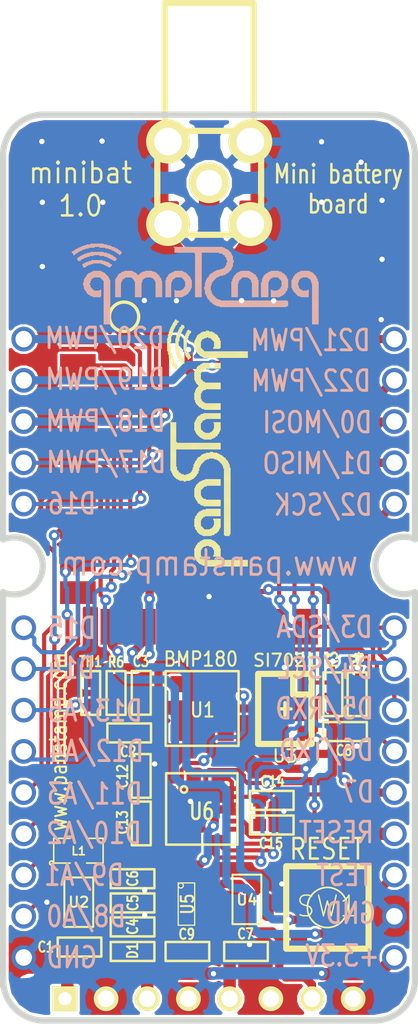
<source format=kicad_pcb>
(kicad_pcb (version 4) (host pcbnew 0.201509111501+6183~30~ubuntu14.04.1-product)
  (title_block (title "Minibat carrier board for panStamp") (date "25 Feb 2015") (rev 4.0) (company panStamp))
  (layers (0 Front signal) (1 Ground power) (2 Power power) (31 Back signal) (34 B.Paste user) (35 F.Paste user) (36 B.SilkS user) (37 F.SilkS user) (38 B.Mask user) (39 F.Mask user) (44 Edge.Cuts user))
  (net 0 "")
  (net 1 /RESET)
  (net 2 GND)
  (net 3 VCC)
  (net 4 /D0)
  (net 5 /D1)
  (net 6 /D14)
  (net 7 /D15)
  (net 8 /D16)
  (net 9 /D17)
  (net 10 /D18)
  (net 11 /D2)
  (net 12 /TEST)
  (net 13 /D12)
  (net 14 /D11)
  (net 15 /D10)
  (net 16 /D9)
  (net 17 /D8)
  (net 18 /D19)
  (net 19 /D20)
  (net 20 /D21)
  (net 21 /D22)
  (net 22 /A5)
  (net 23 /I2C_SDA)
  (net 24 /I2C_SCL)
  (net 25 +BATT)
  (net 26 +5V)
  (net 27 "Net-(L1-Pad2)")
  (net 28 /D5)
  (net 29 /D6)
  (net 30 /D7)
  (net 31 /5VOUT)
  (net 32 /TOANT)
  (net 33 "Net-(D1-Pad1)")
  (net 34 "Net-(C12-Pad2)")
  (net 35 "Net-(C13-Pad2)")
  (net 36 "Net-(C13-Pad1)")
  (net 37 "Net-(U6-Pad10)")
  (module myconnectors:PIN_ARRAY_8X1 (layer Front) (at 164.32784 100.49002)
    (fp_text reference P3 hide)
    (fp_text value CONN_8 hide)
    (pad 1 thru_hole rect (at -8.89 0) (size 1.524 1.524) (drill 0.8128) (layers *.Cu *.Mask F.SilkS) (net 25 +BATT))
    (pad 2 thru_hole circle (at -6.35 0) (size 1.524 1.524) (drill 1.016) (layers *.Cu *.Mask F.SilkS) (net 2 GND))
    (pad 3 thru_hole circle (at -3.81 0) (size 1.524 1.524) (drill 1.016) (layers *.Cu *.Mask F.SilkS) (net 3 VCC))
    (pad 4 thru_hole circle (at -1.27 0) (size 1.524 1.524) (drill 1.016) (layers *.Cu *.Mask F.SilkS) (net 2 GND))
    (pad 5 thru_hole circle (at 1.27 0) (size 1.524 1.524) (drill 1.016) (layers *.Cu *.Mask F.SilkS) (net 26 +5V))
    (pad 6 thru_hole circle (at 3.81 0) (size 1.524 1.524) (drill 1.016) (layers *.Cu *.Mask F.SilkS) (net 2 GND))
    (pad 7 thru_hole circle (at 6.35 0) (size 1.524 1.524) (drill 1.016) (layers *.Cu *.Mask F.SilkS) (net 31 /5VOUT))
    (pad 8 thru_hole circle (at 8.89 0) (size 1.524 1.524) (drill 1.016) (layers *.Cu *.Mask F.SilkS) (net 2 GND))
  )
  (module mysmd:SM0603S (layer Front) (at 160.147 81.64322 90)
    (fp_text reference C3 (at 1.9304 -0.0254 180) (layer F.SilkS) (effects (font (size 0.635 0.508) (thickness 0.127))))
    (fp_text value 100n hide)
    (pad 2 smd rect (at 0.7493 0 90) (size 0.7874 0.762) (layers Front F.Paste F.Mask) (net 2 GND))
    (pad 1 smd rect (at -0.7493 0 90) (size 0.7874 0.762) (layers Front F.Paste F.Mask) (net 3 VCC))
  )
  (module mysmd:SM0603S (layer Front) (at 172.71492 84.03082)
    (fp_text reference C8 (at -0.06492 1.16918) (layer F.SilkS) (effects (font (size 0.635 0.508) (thickness 0.127))))
    (fp_text value 100n hide)
    (pad 2 smd rect (at 0.7493 0) (size 0.7874 0.762) (layers Front F.Paste F.Mask) (net 2 GND))
    (pad 1 smd rect (at -0.7493 0) (size 0.7874 0.762) (layers Front F.Paste F.Mask) (net 3 VCC))
  )
  (module mysmd:SM0603S (layer Front) (at 171.96308 81.72958 90)
    (fp_text reference R3 (at 2.1316 -0.0274 90) (layer F.SilkS) (effects (font (size 0.635 0.508) (thickness 0.127))))
    (fp_text value 10k hide)
    (pad 2 smd rect (at 0.7493 0 90) (size 0.7874 0.762) (layers Front F.Paste F.Mask) (net 23 /I2C_SDA))
    (pad 1 smd rect (at -0.7493 0 90) (size 0.7874 0.762) (layers Front F.Paste F.Mask) (net 3 VCC))
  )
  (module mysmd:SM0603S (layer Front) (at 173.46168 81.72958 90)
    (fp_text reference R4 (at 2.1316 0.0274 90) (layer F.SilkS) (effects (font (size 0.635 0.508) (thickness 0.127))))
    (fp_text value 10k hide)
    (pad 2 smd rect (at 0.7493 0 90) (size 0.7874 0.762) (layers Front F.Paste F.Mask) (net 24 /I2C_SCL))
    (pad 1 smd rect (at -0.7493 0 90) (size 0.7874 0.762) (layers Front F.Paste F.Mask) (net 3 VCC))
  )
  (module mysmd:SM0603S (layer Front) (at 158.59252 81.65338 90)
    (fp_text reference R6 (at 1.905 0 180) (layer F.SilkS) (effects (font (size 0.635 0.508) (thickness 0.127))))
    (fp_text value 10k hide)
    (pad 2 smd rect (at 0.7493 0 90) (size 0.7874 0.762) (layers Front F.Paste F.Mask) (net 2 GND))
    (pad 1 smd rect (at -0.7493 0 90) (size 0.7874 0.762) (layers Front F.Paste F.Mask) (net 22 /A5))
  )
  (module mysmd:SM0603S (layer Front) (at 157.02788 81.65338 90)
    (fp_text reference TH1 (at 1.9304 0 180) (layer F.SilkS) (effects (font (size 0.635 0.508) (thickness 0.127))))
    (fp_text value THERMISTOR hide)
    (pad 2 smd rect (at 0.7493 0 90) (size 0.7874 0.762) (layers Front F.Paste F.Mask) (net 21 /D22))
    (pad 1 smd rect (at -0.7493 0 90) (size 0.7874 0.762) (layers Front F.Paste F.Mask) (net 22 /A5))
  )
  (module mysmd:BMP180 (layer Front) (at 163.90112 82.60842 270)
    (fp_text reference U1 (at 0.09144 -0.0254 360) (layer F.SilkS) (effects (font (size 0.889 0.762) (thickness 0.127))))
    (fp_text value BMP180 (at -3.03784 0.08128 360) (layer F.SilkS) (effects (font (size 0.889 0.762) (thickness 0.127))))
    (pad 3 smd rect (at 1.5 1.45 270) (size 1 1) (layers Front F.Paste F.Mask) (net 3 VCC))
    (pad 2 smd rect (at 0 1.45 270) (size 1 1) (layers Front F.Paste F.Mask) (net 3 VCC))
    (pad 1 smd rect (at -1.5 1.45 270) (size 1 1) (layers Front F.Paste F.Mask))
    (pad 6 smd rect (at -1.5 -1.45 270) (size 1 1) (layers Front F.Paste F.Mask) (net 23 /I2C_SDA))
    (pad 5 smd rect (at 0 -1.45 270) (size 1 1) (layers Front F.Paste F.Mask) (net 24 /I2C_SCL))
    (pad 4 smd rect (at 1.5 -1.45 270) (size 1 1) (layers Front F.Paste F.Mask))
    (pad 7 smd rect (at -1.5 0 270) (size 1 1) (layers Front F.Paste F.Mask) (net 2 GND))
  )
  (module mysmd:DFN-6 (layer Front) (at 169.00652 82.63382 180)
    (fp_text reference U3 (at -0.0127 -2.90576 360) (layer F.SilkS) (effects (font (size 0.762 0.762) (thickness 0.127))))
    (fp_text value SI7021 (at -0.0381 2.99212 180) (layer F.SilkS) (effects (font (size 0.762 0.762) (thickness 0.127))))
    (pad 6 smd rect (at -1 -1.625 180) (size 0.45 1.2) (layers Front F.Paste F.Mask) (net 24 /I2C_SCL))
    (pad 5 smd rect (at 0 -1.625 180) (size 0.45 1.2) (layers Front F.Paste F.Mask) (net 3 VCC))
    (pad 4 smd rect (at 1 -1.625 180) (size 0.45 1.2) (layers Front F.Paste F.Mask))
    (pad 3 smd rect (at 1 1.625 180) (size 0.45 1.2) (layers Front F.Paste F.Mask))
    (pad 2 smd rect (at 0 1.625 180) (size 0.45 1.2) (layers Front F.Paste F.Mask) (net 2 GND))
    (pad 1 smd rect (at -1 1.625 180) (size 0.45 1.2) (layers Front F.Paste F.Mask) (net 23 /I2C_SDA))
    (pad 7 smd rect (at 0 0 180) (size 2.4 1.5) (layers Front F.Paste F.Mask))
  )
  (module mysmd:SM0603S (layer Front) (at 156.33954 97.3074)
    (fp_text reference C1 (at -2.0828 0) (layer F.SilkS) (effects (font (size 0.635 0.508) (thickness 0.127))))
    (fp_text value 10u hide)
    (pad 2 smd rect (at 0.7493 0) (size 0.7874 0.762) (layers Front F.Paste F.Mask) (net 2 GND))
    (pad 1 smd rect (at -0.7493 0) (size 0.7874 0.762) (layers Front F.Paste F.Mask) (net 25 +BATT))
  )
  (module mysmd:SM0603S (layer Front) (at 159.61106 96.06534)
    (fp_text reference C4 (at 0.00762 -0.01778 270) (layer F.SilkS) (effects (font (size 0.635 0.508) (thickness 0.127))))
    (fp_text value 10u hide)
    (pad 2 smd rect (at 0.7493 0) (size 0.7874 0.762) (layers Front F.Paste F.Mask) (net 2 GND))
    (pad 1 smd rect (at -0.7493 0) (size 0.7874 0.762) (layers Front F.Paste F.Mask) (net 3 VCC))
  )
  (module mysmd:SM0603S (layer Front) (at 159.61106 94.5896)
    (fp_text reference C5 (at 0.02286 -0.00508 90) (layer F.SilkS) (effects (font (size 0.635 0.508) (thickness 0.127))))
    (fp_text value 1u hide)
    (pad 2 smd rect (at 0.7493 0) (size 0.7874 0.762) (layers Front F.Paste F.Mask) (net 2 GND))
    (pad 1 smd rect (at -0.7493 0) (size 0.7874 0.762) (layers Front F.Paste F.Mask) (net 3 VCC))
  )
  (module mysmd:SM0603S (layer Front) (at 159.61106 93.09608)
    (fp_text reference C6 (at 0.00762 -0.0127 90) (layer F.SilkS) (effects (font (size 0.635 0.508) (thickness 0.127))))
    (fp_text value 100n hide)
    (pad 2 smd rect (at 0.7493 0) (size 0.7874 0.762) (layers Front F.Paste F.Mask) (net 2 GND))
    (pad 1 smd rect (at -0.7493 0) (size 0.7874 0.762) (layers Front F.Paste F.Mask) (net 3 VCC))
  )
  (module mysmd:SM0603S (layer Front) (at 166.60622 97.57918)
    (fp_text reference C7 (at -0.03302 -1.08204 180) (layer F.SilkS) (effects (font (size 0.635 0.508) (thickness 0.127))))
    (fp_text value 100n hide)
    (pad 2 smd rect (at 0.7493 0) (size 0.7874 0.762) (layers Front F.Paste F.Mask) (net 2 GND))
    (pad 1 smd rect (at -0.7493 0) (size 0.7874 0.762) (layers Front F.Paste F.Mask) (net 26 +5V))
  )
  (module mysmd:SM0603S (layer Front) (at 162.99434 97.57918 180)
    (fp_text reference C9 (at 0.04572 1.05918 360) (layer F.SilkS) (effects (font (size 0.635 0.508) (thickness 0.127))))
    (fp_text value 10u hide)
    (pad 2 smd rect (at 0.7493 0 180) (size 0.7874 0.762) (layers Front F.Paste F.Mask) (net 2 GND))
    (pad 1 smd rect (at -0.7493 0 180) (size 0.7874 0.762) (layers Front F.Paste F.Mask) (net 26 +5V))
  )
  (module libcms:SOT23-5 (layer Front) (at 166.66464 94.37116 90)
    (fp_text reference U4 (at -0.03556 0 180) (layer F.SilkS) (effects (font (size 0.635 0.635) (thickness 0.127))))
    (fp_text value M74VHC1GT08 hide)
    (pad 1 smd rect (at -0.9525 1.27 90) (size 0.508 0.762) (layers Front F.Paste F.Mask) (net 30 /D7))
    (pad 3 smd rect (at 0.9525 1.27 90) (size 0.508 0.762) (layers Front F.Paste F.Mask) (net 2 GND))
    (pad 5 smd rect (at -0.9525 -1.27 90) (size 0.508 0.762) (layers Front F.Paste F.Mask) (net 26 +5V))
    (pad 2 smd rect (at 0 1.27 90) (size 0.508 0.762) (layers Front F.Paste F.Mask) (net 30 /D7))
    (pad 4 smd rect (at 0.9525 -1.27 90) (size 0.508 0.762) (layers Front F.Paste F.Mask) (net 31 /5VOUT))
  )
  (module libcms:SOT23 (layer Front) (at 162.93338 94.6912 270)
    (fp_text reference U5 (at -0.03048 -0.06604 450) (layer F.SilkS) (effects (font (size 0.762 0.635) (thickness 0.127))))
    (fp_text value MCP1702 hide)
    (pad 3 smd rect (at 0 -1.09982 270) (size 0.8001 1.00076) (layers Front F.Paste F.Mask) (net 26 +5V))
    (pad 2 smd rect (at 0.9525 1.09982 270) (size 0.8001 1.00076) (layers Front F.Paste F.Mask) (net 33 "Net-(D1-Pad1)"))
    (pad 1 smd rect (at -0.9525 1.09982 270) (size 0.8001 1.00076) (layers Front F.Paste F.Mask) (net 2 GND))
  )
  (module libcms:SM0805 (layer Front) (at 156.27096 91.37142)
    (fp_text reference L1 (at 0.01524 0.02032) (layer F.SilkS) (effects (font (size 0.50038 0.50038) (thickness 0.10922))))
    (fp_text value 4.7u hide)
    (pad 1 smd rect (at -0.9525 0) (size 0.889 1.397) (layers Front F.Paste F.Mask) (net 25 +BATT))
    (pad 2 smd rect (at 0.9525 0) (size 0.889 1.397) (layers Front F.Paste F.Mask) (net 27 "Net-(L1-Pad2)"))
  )
  (module libcms:SOT23-5 (layer Front) (at 156.29382 94.54388 270)
    (fp_text reference U2 (at 0 0 360) (layer F.SilkS) (effects (font (size 0.635 0.635) (thickness 0.127))))
    (fp_text value MAX1724 hide)
    (pad 1 smd rect (at -0.9525 1.27 270) (size 0.508 0.762) (layers Front F.Paste F.Mask) (net 25 +BATT))
    (pad 3 smd rect (at 0.9525 1.27 270) (size 0.508 0.762) (layers Front F.Paste F.Mask) (net 25 +BATT))
    (pad 5 smd rect (at -0.9525 -1.27 270) (size 0.508 0.762) (layers Front F.Paste F.Mask) (net 27 "Net-(L1-Pad2)"))
    (pad 2 smd rect (at 0 1.27 270) (size 0.508 0.762) (layers Front F.Paste F.Mask) (net 2 GND))
    (pad 4 smd rect (at 0.9525 -1.27 270) (size 0.508 0.762) (layers Front F.Paste F.Mask) (net 3 VCC))
  )
  (module mysmd:SM0603S (layer Front) (at 159.61106 97.57918 180)
    (fp_text reference D1 (at 0 0.04826 450) (layer F.SilkS) (effects (font (size 0.635 0.508) (thickness 0.127))))
    (fp_text value SD0603S040S0R2 hide)
    (pad 2 smd rect (at 0.7493 0 180) (size 0.7874 0.762) (layers Front F.Paste F.Mask) (net 3 VCC))
    (pad 1 smd rect (at -0.7493 0 180) (size 0.7874 0.762) (layers Front F.Paste F.Mask) (net 33 "Net-(D1-Pad1)"))
  )
  (module mysmd:switch-tact-noah (layer Front) (at 171.6278 94.869 270)
    (fp_text reference SW1 (at -0.07366 0 360) (layer F.SilkS) (effects (font (size 1.27 1.27) (thickness 0.0889))))
    (fp_text value SW_PUSH hide)
    (pad 1 smd rect (at -2.49936 -1.75006 270) (size 1.99898 1.00076) (layers Front F.Paste F.Mask) (net 1 /RESET))
    (pad 3 smd rect (at 2.49936 -1.75006 270) (size 1.99898 1.00076) (layers Front F.Paste F.Mask))
    (pad 2 smd rect (at -2.49936 1.75006 270) (size 1.99898 1.00076) (layers Front F.Paste F.Mask) (net 2 GND))
    (pad 4 smd rect (at 2.49936 1.75006 270) (size 1.99898 1.00076) (layers Front F.Paste F.Mask))
  )
  (module mysmd:PANSTAMP_2 (layer Front) (at 164.33772 66.47046)
    (fp_text reference PS1 hide)
    (fp_text value PANSTAMP_NRG2 hide)
    (pad 1 smd rect (at -8.1 -9) (size 2.2 1.4) (layers Front F.Paste F.Mask) (net 9 /D17))
    (pad 2 smd rect (at -8.1 -7) (size 2.2 1.4) (layers Front F.Paste F.Mask) (net 8 /D16))
    (pad 3 smd rect (at -8.1 -5) (size 2.2 1.4) (layers Front F.Paste F.Mask) (net 7 /D15))
    (pad 4 smd rect (at -8.1 -3) (size 2.2 1.4) (layers Front F.Paste F.Mask) (net 6 /D14))
    (pad 5 smd rect (at -8.1 -1) (size 2.2 1.4) (layers Front F.Paste F.Mask) (net 22 /A5))
    (pad 6 smd rect (at -8.1 1) (size 2.2 1.4) (layers Front F.Paste F.Mask) (net 13 /D12))
    (pad 7 smd rect (at -8.1 3) (size 2.2 1.4) (layers Front F.Paste F.Mask) (net 14 /D11))
    (pad 8 smd rect (at -8.1 5) (size 2.2 1.4) (layers Front F.Paste F.Mask) (net 15 /D10))
    (pad 9 smd rect (at -8.1 7) (size 2.2 1.4) (layers Front F.Paste F.Mask) (net 16 /D9))
    (pad 10 smd rect (at -8.1 9) (size 2.2 1.4) (layers Front F.Paste F.Mask) (net 17 /D8))
    (pad 11 smd rect (at -6 11.1 90) (size 2.2 1.4) (layers Front F.Paste F.Mask) (net 12 /TEST))
    (pad 12 smd rect (at -4 11.1 90) (size 2.2 1.4) (layers Front F.Paste F.Mask) (net 1 /RESET))
    (pad 13 smd rect (at -2 11.1 90) (size 2.2 1.4) (layers Front F.Paste F.Mask) (net 3 VCC))
    (pad 14 smd rect (at 0 11.1 90) (size 2.2 1.4) (layers Front F.Paste F.Mask) (net 2 GND))
    (pad 15 smd rect (at 2 11.1 90) (size 2.2 1.4) (layers Front F.Paste F.Mask) (net 30 /D7))
    (pad 16 smd rect (at 4 11.1 90) (size 2.2 1.4) (layers Front F.Paste F.Mask) (net 29 /D6))
    (pad 17 smd rect (at 6 11.1 90) (size 2.2 1.4) (layers Front F.Paste F.Mask) (net 28 /D5))
    (pad 18 smd rect (at 8.1 9) (size 2.2 1.4) (layers Front F.Paste F.Mask) (net 24 /I2C_SCL))
    (pad 19 smd rect (at 8.1 7) (size 2.2 1.4) (layers Front F.Paste F.Mask) (net 23 /I2C_SDA))
    (pad 20 smd rect (at 8.1 5) (size 2.2 1.4) (layers Front F.Paste F.Mask) (net 11 /D2))
    (pad 21 smd rect (at 8.1 3) (size 2.2 1.4) (layers Front F.Paste F.Mask) (net 5 /D1))
    (pad 22 smd rect (at 8.1 1) (size 2.2 1.4) (layers Front F.Paste F.Mask) (net 4 /D0))
    (pad 23 smd rect (at 8.1 -1) (size 2.2 1.4) (layers Front F.Paste F.Mask) (net 21 /D22))
    (pad 24 smd rect (at 8.1 -3) (size 2.2 1.4) (layers Front F.Paste F.Mask) (net 20 /D21))
    (pad 25 smd rect (at 8.1 -5) (size 2.2 1.4) (layers Front F.Paste F.Mask) (net 19 /D20))
    (pad 26 smd rect (at 8.1 -7) (size 2.2 1.4) (layers Front F.Paste F.Mask) (net 18 /D19))
    (pad 27 smd rect (at 8.1 -9) (size 2.2 1.4) (layers Front F.Paste F.Mask) (net 10 /D18))
    (pad 28 smd rect (at 6 -11.1 90) (size 2.2 1.4) (layers Front F.Paste F.Mask) (net 2 GND))
    (pad 29 smd rect (at 4 -11.1 90) (size 2.2 1.4) (layers Front F.Paste F.Mask) (net 2 GND))
    (pad 30 smd rect (at 2 -11.1 90) (size 2.2 1.4) (layers Front F.Paste F.Mask) (net 2 GND))
    (pad 31 smd rect (at 0 -11.1 90) (size 2.2 1.4) (layers Front F.Paste F.Mask) (net 32 /TOANT))
    (pad 32 smd rect (at -2 -11.1 90) (size 2.2 1.4) (layers Front F.Paste F.Mask) (net 2 GND))
    (pad 33 smd rect (at -4 -11.1 90) (size 2.2 1.4) (layers Front F.Paste F.Mask) (net 2 GND))
    (pad 34 smd rect (at -6 -11.1 90) (size 2.2 1.4) (layers Front F.Paste F.Mask) (net 2 GND))
  )
  (module myconnectors:pin_array_1x14 (layer Front) (at 152.89772 81.64008 270)
    (fp_text reference P1 hide)
    (fp_text value CONN_01X14 hide)
    (pad 1 thru_hole circle (at -21.79 0 270) (size 1.524 1.524) (drill 1.016) (layers *.Cu *.Mask) (net 19 /D20))
    (pad 2 thru_hole circle (at -19.25 0 270) (size 1.524 1.524) (drill 1.016) (layers *.Cu *.Mask) (net 18 /D19))
    (pad 3 thru_hole circle (at -16.71 0 270) (size 1.524 1.524) (drill 1.016) (layers *.Cu *.Mask) (net 10 /D18))
    (pad 4 thru_hole circle (at -14.17 0 270) (size 1.524 1.524) (drill 1.016) (layers *.Cu *.Mask) (net 9 /D17))
    (pad 5 thru_hole circle (at -11.63 0 270) (size 1.524 1.524) (drill 1.016) (layers *.Cu *.Mask) (net 8 /D16))
    (pad 6 thru_hole circle (at -4.01 0 270) (size 1.524 1.524) (drill 1.016) (layers *.Cu *.Mask) (net 7 /D15))
    (pad 7 thru_hole circle (at -1.47 0 270) (size 1.524 1.524) (drill 1.016) (layers *.Cu *.Mask) (net 6 /D14))
    (pad 8 thru_hole circle (at 1.07 0 270) (size 1.524 1.524) (drill 1.016) (layers *.Cu *.Mask) (net 22 /A5))
    (pad 9 thru_hole circle (at 3.61 0 270) (size 1.524 1.524) (drill 1.016) (layers *.Cu *.Mask) (net 13 /D12))
    (pad 10 thru_hole circle (at 6.15 0 270) (size 1.524 1.524) (drill 1.016) (layers *.Cu *.Mask) (net 14 /D11))
    (pad 11 thru_hole circle (at 8.69 0 270) (size 1.524 1.524) (drill 1.016) (layers *.Cu *.Mask) (net 15 /D10))
    (pad 12 thru_hole circle (at 11.23 0 270) (size 1.524 1.524) (drill 1.016) (layers *.Cu *.Mask) (net 16 /D9))
    (pad 13 thru_hole circle (at 13.77 0 270) (size 1.524 1.524) (drill 1.016) (layers *.Cu *.Mask) (net 17 /D8))
    (pad 14 thru_hole circle (at 16.31 0 270) (size 1.524 1.524) (drill 1.016) (layers *.Cu *.Mask) (net 2 GND))
  )
  (module myconnectors:pin_array_1x14 (layer Front) (at 175.75772 82.14046 270)
    (fp_text reference P2 hide)
    (fp_text value CONN_01X14 hide)
    (pad 1 thru_hole circle (at -22.29038 0 270) (size 1.524 1.524) (drill 1.016) (layers *.Cu *.Mask) (net 20 /D21))
    (pad 2 thru_hole circle (at -19.75038 0 270) (size 1.524 1.524) (drill 1.016) (layers *.Cu *.Mask) (net 21 /D22))
    (pad 3 thru_hole circle (at -17.21038 0 270) (size 1.524 1.524) (drill 1.016) (layers *.Cu *.Mask) (net 4 /D0))
    (pad 4 thru_hole circle (at -14.67038 0 270) (size 1.524 1.524) (drill 1.016) (layers *.Cu *.Mask) (net 5 /D1))
    (pad 5 thru_hole circle (at -12.13038 0 270) (size 1.524 1.524) (drill 1.016) (layers *.Cu *.Mask) (net 11 /D2))
    (pad 6 thru_hole circle (at -4.51038 0 270) (size 1.524 1.524) (drill 1.016) (layers *.Cu *.Mask) (net 23 /I2C_SDA))
    (pad 7 thru_hole circle (at -1.97038 0 270) (size 1.524 1.524) (drill 1.016) (layers *.Cu *.Mask) (net 24 /I2C_SCL))
    (pad 8 thru_hole circle (at 0.56962 0 270) (size 1.524 1.524) (drill 1.016) (layers *.Cu *.Mask) (net 28 /D5))
    (pad 9 thru_hole circle (at 3.10962 0 270) (size 1.524 1.524) (drill 1.016) (layers *.Cu *.Mask) (net 29 /D6))
    (pad 10 thru_hole circle (at 5.64962 0 270) (size 1.524 1.524) (drill 1.016) (layers *.Cu *.Mask) (net 30 /D7))
    (pad 11 thru_hole circle (at 8.18962 0 270) (size 1.524 1.524) (drill 1.016) (layers *.Cu *.Mask) (net 1 /RESET))
    (pad 12 thru_hole circle (at 10.72962 0 270) (size 1.524 1.524) (drill 1.016) (layers *.Cu *.Mask) (net 12 /TEST))
    (pad 13 thru_hole circle (at 13.26962 0 270) (size 1.524 1.524) (drill 1.016) (layers *.Cu *.Mask) (net 2 GND))
    (pad 14 thru_hole circle (at 15.80962 0 270) (size 1.524 1.524) (drill 1.016) (layers *.Cu *.Mask) (net 3 VCC))
  )
  (module old_mymods:PANSTAMPLOGO (layer Front) (at 161.43772 73.86046 90)
    (fp_text reference G*** hide)
    (fp_text value PANSTAMPLOGO hide)
  )
  (module old_mymods:PANSTAMPLOGO (layer Back) (at 171.08772 53.66046 180)
    (fp_text reference G*** hide)
    (fp_text value PANSTAMPLOGO hide)
  )
  (module myconnectors:SMA_RightAngle_Tyco (layer Front) (at 164.33772 50.22046)
    (fp_text reference ANT1 hide)
    (fp_text value ANTENNA hide)
    (pad 1 thru_hole circle (at 0 0) (size 2.49936 2.49936) (drill 1.6002) (layers *.Cu *.Mask F.SilkS) (net 32 /TOANT))
    (pad 2 thru_hole circle (at 2.54 -2.54) (size 2.70002 2.70002) (drill 1.69926) (layers *.Cu *.Mask F.SilkS) (net 2 GND))
    (pad 2 thru_hole circle (at -2.54 -2.54) (size 2.70002 2.70002) (drill 1.69926) (layers *.Cu *.Mask F.SilkS) (net 2 GND))
    (pad 2 thru_hole circle (at -2.54 2.54) (size 2.70002 2.70002) (drill 1.69926) (layers *.Cu *.Mask F.SilkS) (net 2 GND))
    (pad 2 thru_hole circle (at 2.54 2.54) (size 2.70002 2.70002) (drill 1.69926) (layers *.Cu *.Mask F.SilkS) (net 2 GND))
  )
  (module mysmd:SM0603S (layer Front) (at 159.40278 84.11464 180)
    (fp_text reference C2 (at 0.0635 -1.1557 180) (layer F.SilkS) (effects (font (size 0.635 0.508) (thickness 0.127))))
    (fp_text value 1u hide)
    (pad 2 smd rect (at 0.7493 0 180) (size 0.7874 0.762) (layers Front F.Paste F.Mask) (net 2 GND))
    (pad 1 smd rect (at -0.7493 0 180) (size 0.7874 0.762) (layers Front F.Paste F.Mask) (net 3 VCC))
  )
  (module mysmd:SM0603S (layer Front) (at 160.14192 86.76386 270)
    (fp_text reference C12 (at 0.01778 1.14554 270) (layer F.SilkS) (effects (font (size 0.635 0.508) (thickness 0.127))))
    (fp_text value 4.7u hide)
    (pad 2 smd rect (at 0.7493 0 270) (size 0.7874 0.762) (layers Front F.Paste F.Mask) (net 34 "Net-(C12-Pad2)"))
    (pad 1 smd rect (at -0.7493 0 270) (size 0.7874 0.762) (layers Front F.Paste F.Mask) (net 2 GND))
  )
  (module mysmd:SM0603S (layer Front) (at 160.147 89.68994 90)
    (fp_text reference C13 (at 0.0635 -1.1557 90) (layer F.SilkS) (effects (font (size 0.635 0.508) (thickness 0.127))))
    (fp_text value 220n hide)
    (pad 2 smd rect (at 0.7493 0 90) (size 0.7874 0.762) (layers Front F.Paste F.Mask) (net 35 "Net-(C13-Pad2)"))
    (pad 1 smd rect (at -0.7493 0 90) (size 0.7874 0.762) (layers Front F.Paste F.Mask) (net 36 "Net-(C13-Pad1)"))
  )
  (module mysmd:SM0603S (layer Front) (at 168.19626 88.27008)
    (fp_text reference C14 (at 0.05374 -1.17008) (layer F.SilkS) (effects (font (size 0.635 0.508) (thickness 0.127))))
    (fp_text value 10u hide)
    (pad 2 smd rect (at 0.7493 0) (size 0.7874 0.762) (layers Front F.Paste F.Mask) (net 2 GND))
    (pad 1 smd rect (at -0.7493 0) (size 0.7874 0.762) (layers Front F.Paste F.Mask) (net 3 VCC))
  )
  (module mysmd:SM0603S (layer Front) (at 168.19626 89.78646)
    (fp_text reference C15 (at -0.04626 1.13854) (layer F.SilkS) (effects (font (size 0.635 0.508) (thickness 0.127))))
    (fp_text value 100n hide)
    (pad 2 smd rect (at 0.7493 0) (size 0.7874 0.762) (layers Front F.Paste F.Mask) (net 2 GND))
    (pad 1 smd rect (at -0.7493 0) (size 0.7874 0.762) (layers Front F.Paste F.Mask) (net 3 VCC))
  )
  (module mysmd:LGA24 (layer Front) (at 163.8808 88.7984)
    (fp_text reference U6 (at -0.00254 0.15494) (layer F.SilkS) (effects (font (size 1.016 0.762) (thickness 0.1524))))
    (fp_text value LSM9DS0 hide)
    (pad 1 smd rect (at -1.85 -1.25) (size 0.5 0.3) (layers Front F.Paste F.Mask))
    (pad 2 smd rect (at -1.85 -0.75) (size 0.5 0.3) (layers Front F.Paste F.Mask) (net 2 GND))
    (pad 3 smd rect (at -1.85 -0.25) (size 0.5 0.3) (layers Front F.Paste F.Mask) (net 2 GND))
    (pad 4 smd rect (at -1.85 0.25) (size 0.5 0.3) (layers Front F.Paste F.Mask) (net 2 GND))
    (pad 5 smd rect (at -1.85 0.75) (size 0.5 0.3) (layers Front F.Paste F.Mask) (net 2 GND))
    (pad 6 smd rect (at -1.85 1.25) (size 0.5 0.3) (layers Front F.Paste F.Mask) (net 2 GND))
    (pad 7 smd rect (at -1.25 1.85 90) (size 0.5 0.3) (layers Front F.Paste F.Mask) (net 34 "Net-(C12-Pad2)"))
    (pad 8 smd rect (at -0.75 1.85 90) (size 0.5 0.3) (layers Front F.Paste F.Mask) (net 35 "Net-(C13-Pad2)"))
    (pad 9 smd rect (at -0.25 1.85 90) (size 0.5 0.3) (layers Front F.Paste F.Mask) (net 36 "Net-(C13-Pad1)"))
    (pad 10 smd rect (at 0.25 1.85 90) (size 0.5 0.3) (layers Front F.Paste F.Mask) (net 37 "Net-(U6-Pad10)"))
    (pad 11 smd rect (at 0.75 1.85 90) (size 0.5 0.3) (layers Front F.Paste F.Mask) (net 4 /D0))
    (pad 12 smd rect (at 1.25 1.85 90) (size 0.5 0.3) (layers Front F.Paste F.Mask) (net 5 /D1))
    (pad 13 smd rect (at 1.85 1.25) (size 0.5 0.3) (layers Front F.Paste F.Mask) (net 11 /D2))
    (pad 14 smd rect (at 1.85 0.75) (size 0.5 0.3) (layers Front F.Paste F.Mask) (net 30 /D7))
    (pad 15 smd rect (at 1.85 0.25) (size 0.5 0.3) (layers Front F.Paste F.Mask) (net 3 VCC))
    (pad 16 smd rect (at 1.85 -0.25) (size 0.5 0.3) (layers Front F.Paste F.Mask) (net 3 VCC))
    (pad 17 smd rect (at 1.85 -0.75) (size 0.5 0.3) (layers Front F.Paste F.Mask) (net 3 VCC))
    (pad 18 smd rect (at 1.85 -1.25) (size 0.5 0.3) (layers Front F.Paste F.Mask) (net 3 VCC))
    (pad 19 smd rect (at 1.25 -1.85 90) (size 0.5 0.3) (layers Front F.Paste F.Mask) (net 3 VCC))
    (pad 20 smd rect (at 0.75 -1.85 90) (size 0.5 0.3) (layers Front F.Paste F.Mask) (net 3 VCC))
    (pad 21 smd rect (at 0.25 -1.85 90) (size 0.5 0.3) (layers Front F.Paste F.Mask) (net 24 /I2C_SCL))
    (pad 22 smd rect (at -0.25 -1.85 90) (size 0.5 0.3) (layers Front F.Paste F.Mask) (net 2 GND))
    (pad 23 smd rect (at -0.75 -1.85 90) (size 0.5 0.3) (layers Front F.Paste F.Mask) (net 2 GND))
    (pad 24 smd rect (at -1.25 -1.85 90) (size 0.5 0.3) (layers Front F.Paste F.Mask) (net 23 /I2C_SDA))
  )
  (module mymods:fiducial (layer Front) (at 153.35 99.95)
    (fp_text reference fiducial hide)
    (fp_text value VAL** hide)
    (pad 1 smd circle (at 0 0) (size 1 1) (layers Front F.Mask) (clearance 0.5))
  )
  (module mymods:fiducial (layer Front) (at 175.15 47.825)
    (fp_text reference fiducial hide)
    (fp_text value VAL** hide)
    (pad 1 smd circle (at 0 0) (size 1 1) (layers Front F.Mask) (clearance 0.5))
  )
  (gr_line (start 177.02784 48.51654) (end 177.0253 48.51654) (angle 90) (layer Edge.Cuts) (width 0.381))
  (gr_line (start 177.02784 51.05654) (end 177.02784 48.51654) (angle 90) (layer Edge.Cuts) (width 0.381))
  (gr_line (start 151.62784 48.52924) (end 151.6253 48.52924) (angle 90) (layer Edge.Cuts) (width 0.381))
  (gr_line (start 151.62784 51.0667) (end 151.62784 48.52924) (angle 90) (layer Edge.Cuts) (width 0.381))
  (gr_arc (start 176.3522 73.79716) (end 177.03292 75.42784) (angle 225.5) (layer Edge.Cuts) (width 0.381))
  (gr_arc (start 152.31364 73.82256) (end 151.62784 72.20204) (angle 225) (layer Edge.Cuts) (width 0.381))
  (gr_line (start 151.62784 75.43038) (end 151.63038 75.43038) (angle 90) (layer Edge.Cuts) (width 0.381))
  (gr_line (start 151.62784 77.63256) (end 151.62784 75.43038) (angle 90) (layer Edge.Cuts) (width 0.381))
  (gr_line (start 151.62784 69.9643) (end 151.62784 72.20204) (angle 90) (layer Edge.Cuts) (width 0.381))
  (gr_line (start 177.02784 75.438) (end 177.0253 75.438) (angle 90) (layer Edge.Cuts) (width 0.381))
  (gr_line (start 177.02784 77.5589) (end 177.02784 75.438) (angle 90) (layer Edge.Cuts) (width 0.381))
  (gr_line (start 177.02784 72.1995) (end 177.02276 72.1995) (angle 90) (layer Edge.Cuts) (width 0.381))
  (gr_line (start 177.02784 70.08114) (end 177.02784 72.1995) (angle 90) (layer Edge.Cuts) (width 0.381))
  (gr_text RESET (at 171.6 91.275) (layer F.SilkS) (effects (font (size 1.27 1.016) (thickness 0.1524))))
  (gr_text D18/PWM (at 157.94772 64.90008) (layer B.SilkS) (effects (font (size 1.27 1.016) (thickness 0.1778)) (justify mirror)))
  (gr_line (start 151.62772 78.10008) (end 151.62772 77.61008) (angle 90) (layer Edge.Cuts) (width 0.381))
  (gr_line (start 151.62772 69.53008) (end 151.62772 70.05008) (angle 90) (layer Edge.Cuts) (width 0.381))
  (gr_line (start 177.02772 69.60008) (end 177.02772 70.07008) (angle 90) (layer Edge.Cuts) (width 0.381))
  (gr_line (start 177.02772 78.13008) (end 177.02772 77.55008) (angle 90) (layer Edge.Cuts) (width 0.381))
  (gr_line (start 177.02772 58.69008) (end 177.02772 69.58008) (angle 90) (layer Edge.Cuts) (width 0.381))
  (gr_line (start 177.02772 78.54008) (end 177.02772 78.14008) (angle 90) (layer Edge.Cuts) (width 0.381))
  (gr_line (start 151.62772 58.71008) (end 151.62772 69.56008) (angle 90) (layer Edge.Cuts) (width 0.381))
  (gr_line (start 151.62772 78.59008) (end 151.62772 78.11008) (angle 90) (layer Edge.Cuts) (width 0.381))
  (gr_line (start 177.02772 99.25008) (end 177.02772 78.56008) (angle 90) (layer Edge.Cuts) (width 0.381))
  (gr_line (start 151.62772 78.62008) (end 151.62772 99.72008) (angle 90) (layer Edge.Cuts) (width 0.381))
  (gr_text "minibat\n1.0" (at 156.4 50.625) (layer F.SilkS) (effects (font (size 1.27 1.143) (thickness 0.1524))))
  (gr_text "Mini battery\nboard" (at 172.3 50.6) (layer F.SilkS) (effects (font (size 1.143 0.889) (thickness 0.1524))))
  (gr_line (start 177.02772 51.05008) (end 177.02772 51.59008) (angle 90) (layer Edge.Cuts) (width 0.381))
  (gr_line (start 151.62772 51.05008) (end 151.62772 51.54008) (angle 90) (layer Edge.Cuts) (width 0.381))
  (gr_line (start 151.62772 99.36008) (end 151.62772 99.68008) (angle 90) (layer Edge.Cuts) (width 0.381))
  (gr_line (start 177.02772 99.68008) (end 177.01772 99.68008) (angle 90) (layer Edge.Cuts) (width 0.381))
  (gr_line (start 177.02772 99.27008) (end 177.02772 99.68008) (angle 90) (layer Edge.Cuts) (width 0.381))
  (gr_text D10/A2 (at 157.22772 90.30008) (layer B.SilkS) (effects (font (size 1.27 1.016) (thickness 0.1778)) (justify mirror)))
  (gr_text D21/PWM (at 170.58772 59.93008) (layer B.SilkS) (effects (font (size 1.27 1.016) (thickness 0.1778)) (justify mirror)))
  (gr_line (start 151.62772 58.69008) (end 151.62772 51.53008) (angle 90) (layer Edge.Cuts) (width 0.381))
  (gr_line (start 177.02772 58.69008) (end 177.02772 51.55008) (angle 90) (layer Edge.Cuts) (width 0.381))
  (gr_text www.panstamp.com (at 155.05 84.65 90) (layer F.SilkS) (effects (font (size 1.016 0.762) (thickness 0.127))))
  (gr_line (start 154.15772 46.02008) (end 174.51772 46.02008) (angle 90) (layer Edge.Cuts) (width 0.381))
  (gr_arc (start 174.53772 48.50538) (end 174.53772 46.01538) (angle 90) (layer Edge.Cuts) (width 0.381))
  (gr_arc (start 154.12772 48.51538) (end 151.62772 48.51538) (angle 90) (layer Edge.Cuts) (width 0.381))
  (gr_line (start 174.52772 101.83008) (end 154.11772 101.83008) (angle 90) (layer Edge.Cuts) (width 0.381))
  (gr_arc (start 174.53026 99.3329) (end 177.03026 99.3329) (angle 90) (layer Edge.Cuts) (width 0.381))
  (gr_arc (start 154.12772 99.3329) (end 154.12772 101.8329) (angle 90) (layer Edge.Cuts) (width 0.381))
  (gr_text GND (at 155.86772 97.95008) (layer B.SilkS) (effects (font (size 1.27 1.016) (thickness 0.1778)) (justify mirror)))
  (gr_text D2/SCK (at 171.36772 70.07008) (layer B.SilkS) (effects (font (size 1.27 1.016) (thickness 0.1778)) (justify mirror)))
  (gr_text GND (at 173.06772 95.23008) (layer B.SilkS) (effects (font (size 1.27 1.016) (thickness 0.1778)) (justify mirror)))
  (gr_text D7 (at 173.49772 87.75008) (layer B.SilkS) (effects (font (size 1.27 1.016) (thickness 0.1778)) (justify mirror)))
  (gr_text D6/TXD (at 171.55772 85.18008) (layer B.SilkS) (effects (font (size 1.27 1.016) (thickness 0.1778)) (justify mirror)))
  (gr_text RESET (at 172.17772 90.25008) (layer B.SilkS) (effects (font (size 1.27 1.016) (thickness 0.1778)) (justify mirror)))
  (gr_text D5/RXD (at 171.44772 82.62008) (layer B.SilkS) (effects (font (size 1.27 1.016) (thickness 0.1778)) (justify mirror)))
  (gr_text D22/PWM (at 170.61772 62.43008) (layer B.SilkS) (effects (font (size 1.27 1.016) (thickness 0.1778)) (justify mirror)))
  (gr_text D3/SDA (at 171.44772 77.60008) (layer B.SilkS) (effects (font (size 1.27 1.016) (thickness 0.1778)) (justify mirror)))
  (gr_text D4/SCL (at 171.49772 80.13008) (layer B.SilkS) (effects (font (size 1.27 1.016) (thickness 0.1778)) (justify mirror)))
  (gr_text D1/MISO (at 171.00772 67.51008) (layer B.SilkS) (effects (font (size 1.27 1.016) (thickness 0.1778)) (justify mirror)))
  (gr_text D0/MOSI (at 171.00772 64.99008) (layer B.SilkS) (effects (font (size 1.27 1.016) (thickness 0.1778)) (justify mirror)))
  (gr_text D16 (at 155.86772 69.99008) (layer B.SilkS) (effects (font (size 1.27 1.016) (thickness 0.1778)) (justify mirror)))
  (gr_text D15 (at 155.86772 77.66008) (layer B.SilkS) (effects (font (size 1.27 1.016) (thickness 0.1778)) (justify mirror)))
  (gr_text D12/A4 (at 157.36772 85.24008) (layer B.SilkS) (effects (font (size 1.27 1.016) (thickness 0.1778)) (justify mirror)))
  (gr_text D13/A5 (at 157.28772 82.76008) (layer B.SilkS) (effects (font (size 1.27 1.016) (thickness 0.1778)) (justify mirror)))
  (gr_text D19/PWM (at 157.92772 62.32008) (layer B.SilkS) (effects (font (size 1.27 1.016) (thickness 0.1778)) (justify mirror)))
  (gr_text D14 (at 155.79772 80.12008) (layer B.SilkS) (effects (font (size 1.27 1.016) (thickness 0.1778)) (justify mirror)))
  (gr_text D17/PWM (at 157.98772 67.44008) (layer B.SilkS) (effects (font (size 1.27 1.016) (thickness 0.1778)) (justify mirror)))
  (gr_text D11/A3 (at 157.27772 87.87008) (layer B.SilkS) (effects (font (size 1.27 1.016) (thickness 0.1778)) (justify mirror)))
  (gr_text D8/A0 (at 156.74772 95.43008) (layer B.SilkS) (effects (font (size 1.27 1.016) (thickness 0.1778)) (justify mirror)))
  (gr_text D9/A1 (at 156.61772 92.88008) (layer B.SilkS) (effects (font (size 1.27 1.016) (thickness 0.1778)) (justify mirror)))
  (gr_text D20/PWM (at 157.89772 59.80008) (layer B.SilkS) (effects (font (size 1.27 1.016) (thickness 0.1778)) (justify mirror)))
  (gr_text TEST (at 172.65772 92.89008) (layer B.SilkS) (effects (font (size 1.27 1.016) (thickness 0.1778)) (justify mirror)))
  (gr_text +3.3V (at 172.55772 97.85008) (layer B.SilkS) (effects (font (size 1.27 1.016) (thickness 0.1778)) (justify mirror)))
  (gr_text www.panstamp.com (at 164.35 73.65) (layer B.SilkS) (effects (font (size 1.524 1.27) (thickness 0.1778)) (justify mirror)))
  (segment (start 171.375 95.625) (end 171.675 95.625) (width 0.508) (layer Front) (net 1))
  (segment (start 172.375 93.85) (end 173.37786 92.84714) (width 0.508) (layer Front) (net 1))
  (segment (start 172.375 94.925) (end 172.375 93.85) (width 0.508) (layer Front) (net 1))
  (segment (start 171.675 95.625) (end 172.375 94.925) (width 0.508) (layer Front) (net 1))
  (segment (start 173.37786 92.84714) (end 173.37786 92.36964) (width 0.508) (layer Front) (net 1))
  (via (at 159.6 79.175) (size 0.6858) (layers Front Back) (net 1))
  (segment (start 159.6 79.175) (end 160.33772 78.43728) (width 0.508) (layer Front) (net 1))
  (segment (start 160.33772 78.43728) (end 160.33772 77.57046) (width 0.508) (layer Front) (net 1))
  (segment (start 159.6 79.625) (end 159.6 79.175) (width 0.508) (layer Back) (net 1))
  (segment (start 159.6 79.175) (end 159.6 79.125) (width 0.508) (layer Back) (net 1))
  (segment (start 160.05 80.075) (end 159.6 79.625) (width 0.508) (layer Back) (net 1))
  (segment (start 162.5 80.075) (end 160.05 80.075) (width 0.508) (layer Back) (net 1))
  (segment (start 162.925 80.5) (end 162.5 80.075) (width 0.508) (layer Back) (net 1))
  (segment (start 162.925 86.2) (end 162.925 80.5) (width 0.508) (layer Back) (net 1))
  (segment (start 163.325 86.6) (end 162.925 86.2) (width 0.508) (layer Back) (net 1))
  (segment (start 165.875 86.6) (end 163.325 86.6) (width 0.508) (layer Back) (net 1))
  (segment (start 166.25 86.975) (end 165.875 86.6) (width 0.508) (layer Back) (net 1))
  (segment (start 166.25 92.475) (end 166.25 86.975) (width 0.508) (layer Back) (net 1))
  (segment (start 166.675 92.9) (end 166.25 92.475) (width 0.508) (layer Back) (net 1))
  (segment (start 167.35 92.9) (end 166.675 92.9) (width 0.508) (layer Back) (net 1))
  (segment (start 167.775 93.325) (end 167.35 92.9) (width 0.508) (layer Back) (net 1))
  (segment (start 167.775 95.125) (end 167.775 93.325) (width 0.508) (layer Back) (net 1))
  (segment (start 168.25 95.6) (end 167.775 95.125) (width 0.508) (layer Back) (net 1))
  (segment (start 169.225 95.6) (end 168.25 95.6) (width 0.508) (layer Back) (net 1))
  (segment (start 169.25 95.625) (end 169.225 95.6) (width 0.508) (layer Back) (net 1))
  (via (at 169.25 95.625) (size 0.6858) (layers Front Back) (net 1))
  (segment (start 171.375 95.625) (end 169.25 95.625) (width 0.508) (layer Front) (net 1))
  (segment (start 173.37786 92.36964) (end 173.37786 90.92184) (width 0.762) (layer Front) (net 1))
  (segment (start 173.96962 90.33008) (end 175.75772 90.33008) (width 0.762) (layer Front) (net 1))
  (segment (start 173.37786 90.92184) (end 173.96962 90.33008) (width 0.762) (layer Front) (net 1))
  (segment (start 167.35552 97.57918) (end 167.25418 97.57918) (width 0.508) (layer Front) (net 2))
  (segment (start 167.25418 97.57918) (end 166.825 97.15) (width 0.508) (layer Front) (net 2))
  (via (at 166.825 97.15) (size 0.6858) (layers Front Back) (net 2))
  (segment (start 160.14192 86.01456) (end 160.96456 86.01456) (width 0.508) (layer Front) (net 2))
  (segment (start 160.975 86.025) (end 160.975 86) (width 0.508) (layer Back) (net 2))
  (via (at 160.975 86.025) (size 0.6858) (layers Front Back) (net 2))
  (segment (start 160.96456 86.01456) (end 160.975 86.025) (width 0.508) (layer Front) (net 2))
  (segment (start 169.00652 81.00882) (end 169.00652 80.10652) (width 0.508) (layer Front) (net 2))
  (via (at 168.975 80.075) (size 0.6858) (layers Front Back) (net 2))
  (segment (start 169.00652 80.10652) (end 168.975 80.075) (width 0.508) (layer Front) (net 2))
  (segment (start 173.46422 84.03082) (end 173.46422 84.91078) (width 0.508) (layer Front) (net 2))
  (via (at 173.45 84.925) (size 0.6858) (layers Front Back) (net 2))
  (segment (start 173.46422 84.91078) (end 173.45 84.925) (width 0.508) (layer Front) (net 2))
  (segment (start 163.38042 87) (end 163.38042 88.11958) (width 0.508) (layer Front) (net 2))
  (segment (start 163.2 88.325) (end 163.225 88.325) (width 0.508) (layer Back) (net 2))
  (segment (start 163.175 88.325) (end 163.2 88.325) (width 0.508) (layer Back) (net 2))
  (via (at 163.175 88.325) (size 0.6858) (layers Front Back) (net 2))
  (segment (start 163.38042 88.11958) (end 163.175 88.325) (width 0.508) (layer Front) (net 2))
  (via (at 168.8211 93.41866) (size 0.6858) (layers Front Back) (net 2))
  (segment (start 168.8211 93.41866) (end 168.8211 93.36024) (width 0.762) (layer Back) (net 2))
  (segment (start 167.93464 93.41866) (end 168.8211 93.41866) (width 0.762) (layer Front) (net 2))
  (segment (start 168.8211 93.41866) (end 168.82872 93.41866) (width 0.762) (layer Front) (net 2))
  (segment (start 168.82872 93.41866) (end 169.87774 92.36964) (width 0.762) (layer Front) (net 2))
  (via (at 160.36036 95.34652) (size 0.6858) (layers Front Back) (net 2))
  (segment (start 161.83356 93.7387) (end 160.42386 93.7387) (width 0.762) (layer Front) (net 2))
  (segment (start 160.42386 93.7387) (end 160.36036 93.8022) (width 0.762) (layer Front) (net 2))
  (via (at 160.36036 93.8022) (size 0.6858) (layers Front Back) (net 2))
  (segment (start 160.36036 93.8022) (end 160.32988 93.8022) (width 0.762) (layer Back) (net 2))
  (segment (start 160.36036 94.5896) (end 160.36036 93.8022) (width 0.762) (layer Front) (net 2))
  (segment (start 160.36036 93.8022) (end 160.36036 93.09608) (width 0.762) (layer Front) (net 2))
  (segment (start 160.36036 96.06534) (end 160.36036 95.34652) (width 0.762) (layer Front) (net 2))
  (segment (start 160.36036 95.34652) (end 160.36036 94.5896) (width 0.762) (layer Front) (net 2))
  (segment (start 155.02382 94.54388) (end 154.3304 94.54388) (width 0.762) (layer Front) (net 2))
  (via (at 154.32786 94.54134) (size 0.6858) (layers Front Back) (net 2))
  (segment (start 154.3304 94.54388) (end 154.32786 94.54134) (width 0.762) (layer Front) (net 2))
  (via (at 168.94556 88.93556) (size 0.6858) (layers Front Back) (net 2))
  (segment (start 168.94556 88.93556) (end 168.9989 88.93556) (width 0.508) (layer Back) (net 2))
  (segment (start 168.94556 88.27008) (end 168.94556 88.93556) (width 0.508) (layer Front) (net 2))
  (segment (start 168.94556 88.93556) (end 168.94556 89.78646) (width 0.508) (layer Front) (net 2))
  (segment (start 163.38042 86.9484) (end 163.38042 87) (width 0.508) (layer Front) (net 2))
  (segment (start 163.38042 87) (end 163.38042 87.68334) (width 0.508) (layer Front) (net 2))
  (segment (start 163.38042 87.68334) (end 163.38804 87.69096) (width 0.508) (layer Front) (net 2))
  (segment (start 163.1308 86.9484) (end 163.38042 86.9484) (width 0.254) (layer Front) (net 2))
  (segment (start 163.38042 86.9484) (end 163.6308 86.9484) (width 0.254) (layer Front) (net 2))
  (segment (start 162.0308 88.5484) (end 162.0308 88.0484) (width 0.254) (layer Front) (net 2))
  (segment (start 162.0308 89.0484) (end 162.0308 88.5484) (width 0.254) (layer Front) (net 2))
  (segment (start 162.0308 89.5484) (end 162.0308 89.0484) (width 0.254) (layer Front) (net 2))
  (segment (start 162.0308 90.0484) (end 162.0308 89.5484) (width 0.254) (layer Front) (net 2))
  (segment (start 158.59252 80.90408) (end 160.13684 80.90408) (width 0.508) (layer Front) (net 2))
  (segment (start 160.13684 80.90408) (end 160.147 80.89392) (width 0.508) (layer Front) (net 2))
  (via (at 154.04772 55.38046) (size 0.6858) (layers Front Back) (net 2))
  (segment (start 154.04772 55.38046) (end 154.04772 51.42046) (width 0.508) (layer Front) (net 2))
  (segment (start 161.79772 47.68046) (end 157.75772 47.68046) (width 0.508) (layer Front) (net 2))
  (via (at 157.77772 51.42046) (size 0.6858) (layers Front Back) (net 2))
  (segment (start 154.04772 51.42046) (end 157.77772 51.42046) (width 0.508) (layer Back) (net 2))
  (via (at 154.04772 51.42046) (size 0.6858) (layers Front Back) (net 2))
  (segment (start 154.04772 47.70046) (end 154.04772 51.42046) (width 0.508) (layer Front) (net 2))
  (segment (start 154.01772 47.67046) (end 154.04772 47.70046) (width 0.508) (layer Front) (net 2))
  (via (at 154.01772 47.67046) (size 0.6858) (layers Front Back) (net 2))
  (segment (start 157.70772 47.67046) (end 154.01772 47.67046) (width 0.508) (layer Back) (net 2))
  (segment (start 157.72772 47.65046) (end 157.70772 47.67046) (width 0.508) (layer Back) (net 2))
  (via (at 157.72772 47.65046) (size 0.6858) (layers Front Back) (net 2))
  (segment (start 157.75772 47.68046) (end 157.72772 47.65046) (width 0.508) (layer Front) (net 2))
  (segment (start 174.99772 51.30046) (end 174.99772 54.93046) (width 0.508) (layer Front) (net 2))
  (via (at 174.94772 58.65046) (size 0.6858) (layers Front Back) (net 2))
  (segment (start 174.94772 54.98046) (end 174.94772 58.65046) (width 0.508) (layer Back) (net 2))
  (segment (start 174.99772 54.93046) (end 174.94772 54.98046) (width 0.508) (layer Back) (net 2))
  (via (at 174.99772 54.93046) (size 0.6858) (layers Front Back) (net 2))
  (segment (start 166.87772 47.68046) (end 171.25772 47.68046) (width 0.508) (layer Back) (net 2))
  (segment (start 171.26772 51.41046) (end 171.26772 51.45046) (width 0.508) (layer Back) (net 2))
  (via (at 171.26772 51.41046) (size 0.6858) (layers Front Back) (net 2))
  (segment (start 174.88772 51.41046) (end 171.26772 51.41046) (width 0.508) (layer Front) (net 2))
  (segment (start 174.99772 51.30046) (end 174.88772 51.41046) (width 0.508) (layer Front) (net 2))
  (via (at 174.99772 51.30046) (size 0.6858) (layers Front Back) (net 2))
  (segment (start 173.73 48.98) (end 174.99772 51.30046) (width 0.508) (layer Back) (net 2))
  (segment (start 173.7 48.95) (end 173.73 48.98) (width 0.508) (layer Back) (net 2))
  (via (at 173.7 48.95) (size 0.6858) (layers Front Back) (net 2))
  (segment (start 171.28772 47.71046) (end 173.7 48.95) (width 0.508) (layer Front) (net 2))
  (segment (start 171.26772 47.69046) (end 171.28772 47.71046) (width 0.508) (layer Front) (net 2))
  (via (at 171.26772 47.69046) (size 0.6858) (layers Front Back) (net 2))
  (segment (start 171.25772 47.68046) (end 171.26772 47.69046) (width 0.508) (layer Back) (net 2))
  (segment (start 170.33772 55.37046) (end 170.33772 56.39046) (width 0.762) (layer Front) (net 2))
  (segment (start 170.33772 56.39046) (end 169.23772 57.49046) (width 0.762) (layer Front) (net 2))
  (segment (start 169.23772 57.49046) (end 168.31772 57.49046) (width 0.762) (layer Front) (net 2))
  (segment (start 166.33772 55.37046) (end 166.33772 57.48046) (width 0.762) (layer Front) (net 2))
  (segment (start 168.33772 57.47046) (end 168.33772 55.37046) (width 0.762) (layer Front) (net 2))
  (segment (start 168.31772 57.49046) (end 168.33772 57.47046) (width 0.762) (layer Front) (net 2))
  (via (at 168.31772 57.49046) (size 0.6858) (layers Front Back) (net 2))
  (segment (start 166.34772 57.49046) (end 168.31772 57.49046) (width 0.762) (layer Back) (net 2))
  (segment (start 166.33772 57.48046) (end 166.34772 57.49046) (width 0.762) (layer Back) (net 2))
  (via (at 166.33772 57.48046) (size 0.6858) (layers Front Back) (net 2))
  (segment (start 160.33772 57.47046) (end 158.70772 57.47046) (width 0.762) (layer Front) (net 2))
  (segment (start 158.33772 57.10046) (end 158.33772 55.37046) (width 0.762) (layer Front) (net 2))
  (segment (start 158.70772 57.47046) (end 158.33772 57.10046) (width 0.762) (layer Front) (net 2))
  (segment (start 160.33772 55.37046) (end 160.33772 57.47046) (width 0.762) (layer Front) (net 2))
  (segment (start 162.33772 57.46046) (end 162.33772 55.37046) (width 0.762) (layer Front) (net 2))
  (segment (start 162.31772 57.48046) (end 162.33772 57.46046) (width 0.762) (layer Front) (net 2))
  (via (at 162.31772 57.48046) (size 0.6858) (layers Front Back) (net 2))
  (segment (start 160.34772 57.48046) (end 162.31772 57.48046) (width 0.762) (layer Back) (net 2))
  (segment (start 160.33772 57.47046) (end 160.34772 57.48046) (width 0.762) (layer Back) (net 2))
  (via (at 160.33772 57.47046) (size 0.6858) (layers Front Back) (net 2))
  (segment (start 164.5803 76.99304) (end 164.32772 76.74046) (width 0.3048) (layer Front) (net 2))
  (segment (start 164.33772 75.72046) (end 164.32772 75.71046) (width 0.762) (layer Front) (net 2))
  (via (at 164.32772 75.71046) (size 0.6858) (layers Front Back) (net 2))
  (segment (start 164.33772 77.57046) (end 164.33772 75.72046) (width 0.762) (layer Front) (net 2))
  (segment (start 152.89772 98.15008) (end 152.89772 97.95008) (width 0.762) (layer Front) (net 2))
  (segment (start 158.86176 93.09608) (end 158.86176 92.71324) (width 0.508) (layer Front) (net 3))
  (segment (start 164.925 88.825) (end 165.7308 88.825) (width 0.508) (layer Front) (net 3))
  (segment (start 164.675 89.075) (end 164.925 88.825) (width 0.508) (layer Front) (net 3))
  (segment (start 164.675 89.775) (end 164.675 89.075) (width 0.508) (layer Front) (net 3))
  (segment (start 164.6 89.85) (end 164.675 89.775) (width 0.508) (layer Front) (net 3))
  (via (at 164.6 89.85) (size 0.6858) (layers Front Back) (net 3))
  (segment (start 164.25 90.2) (end 164.6 89.85) (width 0.508) (layer Back) (net 3))
  (segment (start 164.25 91.75) (end 164.25 90.2) (width 0.508) (layer Back) (net 3))
  (segment (start 164.05 91.95) (end 164.25 91.75) (width 0.508) (layer Back) (net 3))
  (via (at 164.05 91.95) (size 0.6858) (layers Front Back) (net 3))
  (segment (start 163.775 92.225) (end 164.05 91.95) (width 0.508) (layer Front) (net 3))
  (segment (start 159.35 92.225) (end 163.775 92.225) (width 0.508) (layer Front) (net 3))
  (segment (start 158.86176 92.71324) (end 159.35 92.225) (width 0.508) (layer Front) (net 3))
  (segment (start 160.14446 98.9457) (end 164.5957 98.9457) (width 0.762) (layer Front) (net 3))
  (segment (start 174.7328 98.975) (end 175.75772 97.95008) (width 0.762) (layer Front) (net 3))
  (segment (start 171.325 98.975) (end 174.7328 98.975) (width 0.762) (layer Front) (net 3))
  (segment (start 171.275 98.925) (end 171.325 98.975) (width 0.762) (layer Front) (net 3))
  (via (at 171.275 98.925) (size 0.6858) (layers Front Back) (net 3))
  (segment (start 164.625 98.925) (end 171.275 98.925) (width 0.762) (layer Back) (net 3))
  (segment (start 164.6 98.95) (end 164.625 98.925) (width 0.762) (layer Back) (net 3))
  (via (at 164.6 98.95) (size 0.6858) (layers Front Back) (net 3))
  (segment (start 164.5957 98.9457) (end 164.6 98.95) (width 0.762) (layer Front) (net 3))
  (segment (start 158.86176 85.94344) (end 158.86176 85.6615) (width 0.762) (layer Front) (net 3))
  (segment (start 158.86176 93.09608) (end 158.86176 85.94344) (width 0.762) (layer Front) (net 3))
  (segment (start 158.86176 85.6615) (end 159.50692 85.01634) (width 0.762) (layer Front) (net 3))
  (segment (start 159.50692 85.01634) (end 159.81426 85.01634) (width 0.762) (layer Front) (net 3))
  (segment (start 159.81426 85.01634) (end 160.15208 84.67852) (width 0.762) (layer Front) (net 3))
  (segment (start 160.15208 84.67852) (end 160.15208 84.11464) (width 0.762) (layer Front) (net 3))
  (segment (start 162.45112 82.60842) (end 160.3629 82.60842) (width 0.762) (layer Front) (net 3))
  (segment (start 160.3629 82.60842) (end 160.147 82.39252) (width 0.762) (layer Front) (net 3))
  (segment (start 160.147 84.19338) (end 160.147 82.39252) (width 0.762) (layer Front) (net 3))
  (segment (start 158.86176 97.57918) (end 158.86176 98.4631) (width 0.762) (layer Front) (net 3))
  (segment (start 160.51784 99.31908) (end 160.51784 100.49002) (width 0.762) (layer Front) (net 3))
  (segment (start 160.14446 98.9457) (end 160.51784 99.31908) (width 0.762) (layer Front) (net 3))
  (segment (start 159.34436 98.9457) (end 160.14446 98.9457) (width 0.762) (layer Front) (net 3))
  (segment (start 158.86176 98.4631) (end 159.34436 98.9457) (width 0.762) (layer Front) (net 3))
  (segment (start 157.56382 95.49638) (end 158.2928 95.49638) (width 0.762) (layer Front) (net 3))
  (segment (start 158.2928 95.49638) (end 158.86176 96.06534) (width 0.762) (layer Front) (net 3))
  (segment (start 158.86176 94.5896) (end 158.86176 93.09608) (width 0.762) (layer Front) (net 3))
  (segment (start 158.86176 96.06534) (end 158.86176 94.5896) (width 0.762) (layer Front) (net 3))
  (segment (start 158.86176 97.57918) (end 158.86176 96.06534) (width 0.762) (layer Front) (net 3))
  (segment (start 167.44696 88.27008) (end 167.74414 88.27008) (width 0.254) (layer Front) (net 3))
  (segment (start 161.20872 82.39252) (end 161.20872 79.86268) (width 0.508) (layer Front) (net 3))
  (segment (start 162.33772 79.25946) (end 162.33772 77.57046) (width 0.508) (layer Front) (net 3))
  (segment (start 162.03168 79.5655) (end 162.33772 79.25946) (width 0.508) (layer Front) (net 3))
  (segment (start 161.5059 79.5655) (end 162.03168 79.5655) (width 0.508) (layer Front) (net 3))
  (segment (start 161.20872 79.86268) (end 161.5059 79.5655) (width 0.508) (layer Front) (net 3))
  (segment (start 160.147 82.39252) (end 161.20872 82.39252) (width 0.508) (layer Front) (net 3))
  (segment (start 161.20872 82.39252) (end 162.23522 82.39252) (width 0.508) (layer Front) (net 3))
  (segment (start 162.23522 82.39252) (end 162.45112 82.60842) (width 0.508) (layer Front) (net 3))
  (segment (start 162.45112 84.10842) (end 162.45112 82.60842) (width 0.508) (layer Front) (net 3))
  (segment (start 169.00652 84.25882) (end 169.00652 84.97316) (width 0.508) (layer Front) (net 3))
  (segment (start 169.00652 84.97316) (end 169.43832 85.40496) (width 0.508) (layer Front) (net 3))
  (segment (start 169.43832 85.40496) (end 171.704 85.40496) (width 0.508) (layer Front) (net 3))
  (segment (start 171.704 85.40496) (end 171.96562 85.14334) (width 0.508) (layer Front) (net 3))
  (segment (start 171.96562 85.14334) (end 171.96562 84.03082) (width 0.508) (layer Front) (net 3))
  (segment (start 171.96308 82.47888) (end 173.46168 82.47888) (width 0.508) (layer Front) (net 3))
  (segment (start 171.96308 82.47888) (end 171.96308 84.02828) (width 0.508) (layer Front) (net 3))
  (segment (start 171.96308 84.02828) (end 171.96562 84.03082) (width 0.508) (layer Front) (net 3))
  (segment (start 165.7308 88.0484) (end 167.22528 88.0484) (width 0.254) (layer Front) (net 3))
  (segment (start 167.22528 88.0484) (end 167.44696 88.27008) (width 0.254) (layer Front) (net 3))
  (segment (start 167.44696 88.27008) (end 167.44696 88.7476) (width 0.508) (layer Front) (net 3))
  (segment (start 167.44696 88.7476) (end 167.44696 89.78646) (width 0.508) (layer Front) (net 3))
  (segment (start 165.7308 88.5484) (end 165.7308 88.825) (width 0.254) (layer Front) (net 3))
  (segment (start 165.7308 88.825) (end 165.7308 89.0484) (width 0.254) (layer Front) (net 3))
  (segment (start 165.7308 88.0484) (end 165.7308 88.5484) (width 0.254) (layer Front) (net 3))
  (segment (start 165.7308 87.5484) (end 165.7308 88.0484) (width 0.254) (layer Front) (net 3))
  (segment (start 165.1308 86.9484) (end 165.5487 86.9484) (width 0.254) (layer Front) (net 3))
  (segment (start 165.5487 86.9484) (end 165.7308 87.1305) (width 0.254) (layer Front) (net 3))
  (segment (start 165.7308 87.1305) (end 165.7308 87.5484) (width 0.254) (layer Front) (net 3))
  (segment (start 164.6308 86.9484) (end 165.1308 86.9484) (width 0.254) (layer Front) (net 3))
  (segment (start 168.54424 87.35576) (end 168.85162 87.04838) (width 0.3048) (layer Front) (net 3))
  (segment (start 170.03776 87.09152) (end 171.51604 87.09152) (width 0.508) (layer Front) (net 3))
  (segment (start 170.03268 87.08644) (end 170.03776 87.09152) (width 0.508) (layer Front) (net 3))
  (segment (start 168.88968 87.08644) (end 170.03268 87.08644) (width 0.508) (layer Front) (net 3))
  (segment (start 168.85162 87.04838) (end 168.88968 87.08644) (width 0.508) (layer Front) (net 3))
  (segment (start 171.96562 86.64194) (end 171.96562 85.14334) (width 0.508) (layer Front) (net 3))
  (segment (start 171.51604 87.09152) (end 171.96562 86.64194) (width 0.508) (layer Front) (net 3))
  (segment (start 168.54424 87.46998) (end 168.54424 87.45) (width 0.254) (layer Front) (net 3))
  (segment (start 167.74414 88.27008) (end 168.54424 87.46998) (width 0.254) (layer Front) (net 3))
  (segment (start 168.54424 87.45) (end 168.54424 87.35576) (width 0.3048) (layer Front) (net 3))
  (segment (start 169.11828 77.125) (end 169.11828 77.29328) (width 0.254) (layer Back) (net 4))
  (segment (start 169.35 83.85) (end 169.11828 84.08172) (width 0.254) (layer Back) (net 4))
  (segment (start 169.65 83.85) (end 169.35 83.85) (width 0.254) (layer Back) (net 4))
  (segment (start 169.918376 83.581624) (end 169.65 83.85) (width 0.254) (layer Back) (net 4))
  (segment (start 169.918376 77.75) (end 169.918376 83.581624) (width 0.254) (layer Back) (net 4))
  (segment (start 169.693376 77.525) (end 169.918376 77.75) (width 0.254) (layer Back) (net 4))
  (segment (start 169.35 77.525) (end 169.693376 77.525) (width 0.254) (layer Back) (net 4))
  (segment (start 169.11828 77.29328) (end 169.35 77.525) (width 0.254) (layer Back) (net 4))
  (segment (start 167.38854 88.33612) (end 167.06596 88.33612) (width 0.254) (layer Back) (net 4))
  (segment (start 167.06596 88.33612) (end 166.83228 88.10244) (width 0.254) (layer Back) (net 4))
  (segment (start 166.83228 88.10244) (end 166.83228 86.05774) (width 0.254) (layer Back) (net 4))
  (segment (start 166.83228 86.05774) (end 167.12946 85.76056) (width 0.254) (layer Back) (net 4))
  (segment (start 167.12946 85.76056) (end 168.8338 85.76056) (width 0.254) (layer Back) (net 4))
  (segment (start 168.8338 85.76056) (end 169.11828 85.47608) (width 0.254) (layer Back) (net 4))
  (segment (start 169.11828 85.47608) (end 169.11828 84.08172) (width 0.254) (layer Back) (net 4))
  (segment (start 164.6308 90.6484) (end 164.6308 91.56262) (width 0.254) (layer Front) (net 4))
  (segment (start 167.62476 88.57234) (end 167.38854 88.33612) (width 0.254) (layer Back) (net 4))
  (segment (start 167.62476 91.92768) (end 167.62476 88.57234) (width 0.254) (layer Back) (net 4))
  (segment (start 167.5257 92.02674) (end 167.62476 91.92768) (width 0.254) (layer Back) (net 4))
  (via (at 167.5257 92.02674) (size 0.6858) (layers Front Back) (net 4))
  (segment (start 167.28948 91.79052) (end 167.5257 92.02674) (width 0.254) (layer Front) (net 4))
  (segment (start 164.8587 91.79052) (end 167.28948 91.79052) (width 0.254) (layer Front) (net 4))
  (segment (start 164.6308 91.56262) (end 164.8587 91.79052) (width 0.254) (layer Front) (net 4))
  (segment (start 169.0645 67.47046) (end 172.43772 67.47046) (width 0.254) (layer Front) (net 4))
  (segment (start 168.65092 67.88404) (end 169.0645 67.47046) (width 0.254) (layer Front) (net 4))
  (segment (start 168.65092 75.88504) (end 168.65092 67.88404) (width 0.254) (layer Front) (net 4))
  (segment (start 168.68394 75.91806) (end 168.65092 75.88504) (width 0.254) (layer Front) (net 4))
  (via (at 168.68394 75.91806) (size 0.6858) (layers Front Back) (net 4))
  (segment (start 168.68394 76.28382) (end 168.68394 75.91806) (width 0.254) (layer Back) (net 4))
  (segment (start 169.11828 76.71816) (end 168.68394 76.28382) (width 0.254) (layer Back) (net 4))
  (segment (start 169.11828 77.125) (end 169.11828 76.71816) (width 0.254) (layer Back) (net 4))
  (segment (start 172.43772 67.47046) (end 173.19962 67.47046) (width 0.508) (layer Front) (net 4))
  (segment (start 173.19962 67.47046) (end 174.01286 66.65722) (width 0.508) (layer Front) (net 4))
  (segment (start 174.01286 66.65722) (end 174.01286 65.8749) (width 0.508) (layer Front) (net 4))
  (segment (start 174.01286 65.8749) (end 174.95768 64.93008) (width 0.508) (layer Front) (net 4))
  (segment (start 174.95768 64.93008) (end 175.75772 64.93008) (width 0.508) (layer Front) (net 4))
  (segment (start 175.39772 65.13008) (end 175.75772 65.13008) (width 0.381) (layer Front) (net 4))
  (segment (start 169.58564 76.775) (end 169.58564 76.81064) (width 0.254) (layer Back) (net 5))
  (segment (start 169.9 84.2) (end 169.58564 84.51436) (width 0.254) (layer Back) (net 5))
  (segment (start 170.2 84.2) (end 169.9 84.2) (width 0.254) (layer Back) (net 5))
  (segment (start 170.324778 84.075222) (end 170.2 84.2) (width 0.254) (layer Back) (net 5))
  (segment (start 170.324778 77.325) (end 170.324778 84.075222) (width 0.254) (layer Back) (net 5))
  (segment (start 170.124778 77.125) (end 170.324778 77.325) (width 0.254) (layer Back) (net 5))
  (segment (start 169.9 77.125) (end 170.124778 77.125) (width 0.254) (layer Back) (net 5))
  (segment (start 169.58564 76.81064) (end 169.9 77.125) (width 0.254) (layer Back) (net 5))
  (segment (start 165.1308 90.6484) (end 165.1308 91.166) (width 0.254) (layer Front) (net 5))
  (segment (start 165.1308 91.166) (end 165.31336 91.34856) (width 0.254) (layer Front) (net 5))
  (segment (start 165.31336 91.34856) (end 168.07688 91.34856) (width 0.254) (layer Front) (net 5))
  (segment (start 168.07688 91.34856) (end 168.29532 91.567) (width 0.254) (layer Front) (net 5))
  (via (at 168.29532 91.567) (size 0.6858) (layers Front Back) (net 5))
  (segment (start 168.29532 91.567) (end 168.32072 91.5416) (width 0.254) (layer Back) (net 5))
  (segment (start 168.32072 91.5416) (end 168.32072 88.27008) (width 0.254) (layer Back) (net 5))
  (segment (start 168.32072 88.27008) (end 167.90924 87.8586) (width 0.254) (layer Back) (net 5))
  (segment (start 167.90924 87.8586) (end 167.61968 87.8586) (width 0.254) (layer Back) (net 5))
  (segment (start 167.61968 87.8586) (end 167.26916 87.50808) (width 0.254) (layer Back) (net 5))
  (segment (start 167.26916 87.50808) (end 167.26916 86.54542) (width 0.254) (layer Back) (net 5))
  (segment (start 167.26916 86.54542) (end 167.59428 86.2203) (width 0.254) (layer Back) (net 5))
  (segment (start 167.59428 86.2203) (end 169.20718 86.2203) (width 0.254) (layer Back) (net 5))
  (segment (start 169.20718 86.2203) (end 169.58564 85.84184) (width 0.254) (layer Back) (net 5))
  (segment (start 169.58564 85.84184) (end 169.58564 84.51436) (width 0.254) (layer Back) (net 5))
  (segment (start 170.01344 69.47046) (end 172.43772 69.47046) (width 0.254) (layer Front) (net 5))
  (segment (start 169.59834 69.88556) (end 170.01344 69.47046) (width 0.254) (layer Front) (net 5))
  (segment (start 169.59834 75.8952) (end 169.59834 69.88556) (width 0.254) (layer Front) (net 5))
  (segment (start 169.59072 75.90282) (end 169.59834 75.8952) (width 0.254) (layer Front) (net 5))
  (via (at 169.59072 75.90282) (size 0.6858) (layers Front Back) (net 5))
  (segment (start 169.58564 75.9079) (end 169.59072 75.90282) (width 0.254) (layer Back) (net 5))
  (segment (start 169.58564 76.775) (end 169.58564 75.9079) (width 0.254) (layer Back) (net 5))
  (segment (start 172.43772 69.47046) (end 173.4526 69.47046) (width 0.508) (layer Front) (net 5))
  (segment (start 173.4526 69.47046) (end 174.10176 68.8213) (width 0.508) (layer Front) (net 5))
  (segment (start 174.10176 68.8213) (end 174.10176 67.82562) (width 0.508) (layer Front) (net 5))
  (segment (start 174.10176 67.82562) (end 174.4573 67.47008) (width 0.508) (layer Front) (net 5))
  (segment (start 174.4573 67.47008) (end 175.75772 67.47008) (width 0.508) (layer Front) (net 5))
  (segment (start 152.89772 80.17008) (end 155.48858 80.17008) (width 0.254) (layer Back) (net 6))
  (segment (start 155.48858 80.17008) (end 155.911318 79.747342) (width 0.254) (layer Back) (net 6))
  (segment (start 157.42772 74.49046) (end 157.33772 74.49046) (width 0.254) (layer Back) (net 6))
  (segment (start 157.33772 74.49046) (end 156.861318 74.966862) (width 0.254) (layer Back) (net 6))
  (segment (start 158.87772 72.17046) (end 158.87772 74.31046) (width 0.254) (layer Front) (net 6))
  (segment (start 156.19772 78.92046) (end 155.911318 79.206862) (width 0.254) (layer Back) (net 6))
  (segment (start 156.631318 78.92046) (end 156.19772 78.92046) (width 0.254) (layer Back) (net 6))
  (segment (start 156.861318 78.69046) (end 156.631318 78.92046) (width 0.254) (layer Back) (net 6))
  (segment (start 156.861318 74.966862) (end 156.861318 78.69046) (width 0.254) (layer Back) (net 6))
  (segment (start 158.85772 74.49046) (end 157.42772 74.49046) (width 0.254) (layer Back) (net 6))
  (segment (start 158.95772 74.39046) (end 158.85772 74.49046) (width 0.254) (layer Back) (net 6))
  (via (at 158.95772 74.39046) (size 0.6858) (layers Front Back) (net 6))
  (segment (start 158.87772 74.31046) (end 158.95772 74.39046) (width 0.254) (layer Front) (net 6))
  (segment (start 158.87772 63.92046) (end 158.87772 69.97046) (width 0.254) (layer Front) (net 6))
  (segment (start 155.911318 79.206862) (end 155.911318 79.747342) (width 0.254) (layer Back) (net 6))
  (segment (start 158.87772 69.97046) (end 158.87772 72.17046) (width 0.254) (layer Front) (net 6))
  (segment (start 158.42772 63.47046) (end 158.87772 63.92046) (width 0.254) (layer Front) (net 6))
  (segment (start 156.23772 63.47046) (end 158.42772 63.47046) (width 0.254) (layer Front) (net 6))
  (segment (start 153.55227 78.68501) (end 153.55227 78.28463) (width 0.254) (layer Back) (net 7))
  (segment (start 153.55227 78.28463) (end 152.89772 77.63008) (width 0.254) (layer Back) (net 7))
  (segment (start 159.46772 61.80046) (end 159.46772 69.39046) (width 0.254) (layer Front) (net 7))
  (segment (start 156.23772 61.47046) (end 159.13772 61.47046) (width 0.254) (layer Front) (net 7))
  (segment (start 159.13772 61.47046) (end 159.46772 61.80046) (width 0.254) (layer Front) (net 7))
  (segment (start 152.99772 77.63008) (end 152.89772 77.63008) (width 0.254) (layer Back) (net 7))
  (segment (start 159.46772 73.56046) (end 159.51772 73.61046) (width 0.254) (layer Front) (net 7))
  (via (at 159.51772 73.61046) (size 0.6858) (layers Front Back) (net 7))
  (segment (start 159.51772 73.61046) (end 159.36772 73.76046) (width 0.254) (layer Back) (net 7))
  (segment (start 159.36772 73.76046) (end 156.61772 73.76046) (width 0.254) (layer Back) (net 7))
  (segment (start 156.61772 73.76046) (end 156.22772 74.15046) (width 0.254) (layer Back) (net 7))
  (segment (start 156.22772 74.15046) (end 156.22772 78.13046) (width 0.254) (layer Back) (net 7))
  (segment (start 156.22772 78.13046) (end 155.21772 79.14046) (width 0.254) (layer Back) (net 7))
  (segment (start 155.21772 79.14046) (end 154.00772 79.14046) (width 0.254) (layer Back) (net 7))
  (segment (start 154.00772 79.14046) (end 153.55227 78.68501) (width 0.254) (layer Back) (net 7))
  (segment (start 159.46772 69.39046) (end 159.46772 73.56046) (width 0.254) (layer Front) (net 7))
  (segment (start 152.89772 70.01008) (end 159.77864 70.01008) (width 0.254) (layer Back) (net 8))
  (segment (start 160.08604 69.5198) (end 160.06772 69.5198) (width 0.254) (layer Front) (net 8))
  (segment (start 160.06772 69.53812) (end 160.08604 69.5198) (width 0.254) (layer Front) (net 8))
  (segment (start 160.06772 69.61324) (end 160.06772 69.53812) (width 0.254) (layer Front) (net 8))
  (segment (start 160.1216 69.66712) (end 160.06772 69.61324) (width 0.254) (layer Front) (net 8))
  (via (at 160.1216 69.66712) (size 0.6858) (layers Front Back) (net 8))
  (segment (start 159.77864 70.01008) (end 160.1216 69.66712) (width 0.254) (layer Back) (net 8))
  (segment (start 159.50772 60.11046) (end 160.06772 60.67046) (width 0.254) (layer Front) (net 8))
  (segment (start 160.06772 67.38046) (end 160.06772 67.40046) (width 0.254) (layer Front) (net 8))
  (segment (start 160.06772 60.67046) (end 160.06772 67.38046) (width 0.254) (layer Front) (net 8))
  (segment (start 156.23772 59.47046) (end 157.67772 59.47046) (width 0.254) (layer Front) (net 8))
  (segment (start 157.67772 59.47046) (end 158.03772 59.83046) (width 0.254) (layer Front) (net 8))
  (segment (start 158.31772 60.11046) (end 159.50772 60.11046) (width 0.254) (layer Front) (net 8))
  (segment (start 158.03772 59.83046) (end 158.31772 60.11046) (width 0.254) (layer Front) (net 8))
  (segment (start 160.06772 67.38046) (end 160.06772 69.5198) (width 0.254) (layer Front) (net 8))
  (segment (start 152.89772 67.47008) (end 160.3476 67.47008) (width 0.254) (layer Back) (net 9))
  (segment (start 160.64484 66.46418) (end 160.64772 66.46418) (width 0.254) (layer Front) (net 9))
  (segment (start 160.64772 66.46706) (end 160.64484 66.46418) (width 0.254) (layer Front) (net 9))
  (segment (start 160.64772 66.76424) (end 160.64772 66.46706) (width 0.254) (layer Front) (net 9))
  (segment (start 160.85058 66.9671) (end 160.64772 66.76424) (width 0.254) (layer Front) (net 9))
  (via (at 160.85058 66.9671) (size 0.6858) (layers Front Back) (net 9))
  (segment (start 160.3476 67.47008) (end 160.85058 66.9671) (width 0.254) (layer Back) (net 9))
  (segment (start 160.74772 65.24046) (end 160.64772 65.14046) (width 0.254) (layer Front) (net 9))
  (segment (start 160.64772 65.14046) (end 160.64772 64.68046) (width 0.254) (layer Front) (net 9))
  (segment (start 160.64772 64.55046) (end 160.64772 64.68046) (width 0.254) (layer Front) (net 9))
  (segment (start 160.64772 60.26046) (end 160.64772 64.55046) (width 0.254) (layer Front) (net 9))
  (segment (start 159.95772 59.57046) (end 160.64772 60.26046) (width 0.254) (layer Front) (net 9))
  (segment (start 158.82772 59.57046) (end 159.95772 59.57046) (width 0.254) (layer Front) (net 9))
  (segment (start 158.60772 59.35046) (end 158.82772 59.57046) (width 0.254) (layer Front) (net 9))
  (segment (start 158.60772 58.81046) (end 158.60772 59.35046) (width 0.254) (layer Front) (net 9))
  (segment (start 157.77772 57.98046) (end 158.60772 58.81046) (width 0.254) (layer Front) (net 9))
  (segment (start 157.77772 57.72046) (end 157.77772 57.98046) (width 0.254) (layer Front) (net 9))
  (segment (start 157.52772 57.47046) (end 157.77772 57.72046) (width 0.254) (layer Front) (net 9))
  (segment (start 156.23772 57.47046) (end 157.52772 57.47046) (width 0.254) (layer Front) (net 9))
  (segment (start 160.64772 64.55046) (end 160.64772 66.46418) (width 0.254) (layer Front) (net 9))
  (segment (start 152.89772 64.93008) (end 161.2381 64.93008) (width 0.508) (layer Back) (net 10))
  (segment (start 161.2381 64.93008) (end 161.60772 64.56046) (width 0.508) (layer Back) (net 10))
  (segment (start 161.61772 61.57046) (end 161.60772 61.57046) (width 0.508) (layer Front) (net 10))
  (segment (start 161.60772 61.57046) (end 161.61772 61.57046) (width 0.508) (layer Front) (net 10))
  (segment (start 161.61772 61.57046) (end 161.60772 61.57046) (width 0.508) (layer Front) (net 10))
  (segment (start 161.60772 59.45046) (end 161.60772 61.57046) (width 0.508) (layer Front) (net 10))
  (segment (start 164.08772 59.08046) (end 161.97772 59.08046) (width 0.508) (layer Front) (net 10))
  (segment (start 161.97772 59.08046) (end 161.60772 59.45046) (width 0.508) (layer Front) (net 10))
  (segment (start 169.65772 59.08046) (end 170.12772 58.61046) (width 0.508) (layer Front) (net 10))
  (segment (start 164.08772 59.08046) (end 168.85772 59.08046) (width 0.508) (layer Front) (net 10))
  (segment (start 168.85772 59.08046) (end 169.29772 59.08046) (width 0.508) (layer Front) (net 10))
  (segment (start 170.62772 57.47046) (end 172.43772 57.47046) (width 0.508) (layer Front) (net 10))
  (segment (start 170.12772 57.97046) (end 170.62772 57.47046) (width 0.508) (layer Front) (net 10))
  (segment (start 170.12772 58.61046) (end 170.12772 57.97046) (width 0.508) (layer Front) (net 10))
  (segment (start 169.65772 59.08046) (end 170.12772 58.61046) (width 0.508) (layer Front) (net 10))
  (segment (start 169.29772 59.08046) (end 169.65772 59.08046) (width 0.508) (layer Front) (net 10))
  (segment (start 161.60772 61.57046) (end 161.60772 64.56046) (width 0.508) (layer Front) (net 10))
  (via (at 161.60772 64.56046) (size 0.6858) (layers Front Back) (net 10))
  (segment (start 171.04874 71.47046) (end 172.43772 71.47046) (width 0.254) (layer Front) (net 11))
  (segment (start 170.71086 71.80834) (end 171.04874 71.47046) (width 0.254) (layer Front) (net 11))
  (segment (start 170.71086 75.88758) (end 170.71086 71.80834) (width 0.254) (layer Front) (net 11))
  (segment (start 170.75658 75.9333) (end 170.71086 75.88758) (width 0.254) (layer Front) (net 11))
  (via (at 170.75658 75.9333) (size 0.6858) (layers Front Back) (net 11))
  (segment (start 166.22776 90.218262) (end 166.22776 90.73134) (width 0.254) (layer Front) (net 11))
  (segment (start 166.22776 90.73134) (end 166.4335 90.93708) (width 0.254) (layer Front) (net 11))
  (segment (start 166.4335 90.93708) (end 167.464742 90.93708) (width 0.254) (layer Front) (net 11))
  (segment (start 167.464742 90.93708) (end 167.48506 90.916762) (width 0.254) (layer Front) (net 11))
  (segment (start 167.48506 90.916762) (end 170.418758 90.916762) (width 0.254) (layer Front) (net 11))
  (segment (start 170.418758 90.916762) (end 170.83278 90.50274) (width 0.254) (layer Front) (net 11))
  (segment (start 170.83278 90.50274) (end 170.83278 88.55202) (width 0.254) (layer Front) (net 11))
  (via (at 170.83278 88.55202) (size 0.6858) (layers Front Back) (net 11))
  (segment (start 170.83278 88.55202) (end 170.8404 88.5444) (width 0.254) (layer Back) (net 11))
  (segment (start 170.8404 88.5444) (end 170.8404 86.9696) (width 0.254) (layer Back) (net 11))
  (segment (start 170.8404 86.9696) (end 171.07916 86.73084) (width 0.254) (layer Back) (net 11))
  (segment (start 171.07916 86.73084) (end 171.54144 86.73084) (width 0.254) (layer Back) (net 11))
  (segment (start 165.7308 90.0484) (end 166.057898 90.0484) (width 0.254) (layer Front) (net 11))
  (segment (start 166.057898 90.0484) (end 166.22776 90.218262) (width 0.254) (layer Front) (net 11))
  (segment (start 172.43772 71.47046) (end 173.21282 71.47046) (width 0.508) (layer Front) (net 11))
  (segment (start 173.21282 71.47046) (end 173.9773 70.70598) (width 0.508) (layer Front) (net 11))
  (segment (start 173.9773 70.70598) (end 175.06182 70.70598) (width 0.508) (layer Front) (net 11))
  (segment (start 175.06182 70.70598) (end 175.75772 70.01008) (width 0.508) (layer Front) (net 11))
  (segment (start 170.75658 83.35658) (end 171.05 83.65) (width 0.3048) (layer Back) (net 11))
  (segment (start 171.05 83.65) (end 171.55 83.65) (width 0.3048) (layer Back) (net 11))
  (segment (start 171.55 83.65) (end 171.8 83.9) (width 0.3048) (layer Back) (net 11))
  (segment (start 170.75658 75.9333) (end 170.75658 83.35658) (width 0.3048) (layer Back) (net 11))
  (segment (start 170.83278 86.97722) (end 170.83278 88.55202) (width 0.3048) (layer Back) (net 11))
  (segment (start 171.07916 86.73084) (end 170.83278 86.97722) (width 0.3048) (layer Back) (net 11))
  (segment (start 171.54144 86.73084) (end 171.07916 86.73084) (width 0.3048) (layer Back) (net 11))
  (segment (start 171.8 86.47228) (end 171.54144 86.73084) (width 0.3048) (layer Back) (net 11))
  (segment (start 171.8 83.9) (end 171.8 86.47228) (width 0.3048) (layer Back) (net 11))
  (segment (start 169.475 96.5) (end 170.875 96.5) (width 0.508) (layer Back) (net 12))
  (segment (start 174.8 93.825) (end 175.75492 92.87008) (width 0.508) (layer Front) (net 12))
  (segment (start 173.6 93.825) (end 174.8 93.825) (width 0.508) (layer Front) (net 12))
  (segment (start 173.275 94.15) (end 173.6 93.825) (width 0.508) (layer Front) (net 12))
  (segment (start 173.275 95.275) (end 173.275 94.15) (width 0.508) (layer Front) (net 12))
  (segment (start 172.075 96.475) (end 173.275 95.275) (width 0.508) (layer Front) (net 12))
  (segment (start 170.9 96.475) (end 172.075 96.475) (width 0.508) (layer Front) (net 12))
  (segment (start 170.875 96.5) (end 170.9 96.475) (width 0.508) (layer Front) (net 12))
  (via (at 170.875 96.5) (size 0.6858) (layers Front Back) (net 12))
  (segment (start 175.75492 92.87008) (end 175.75772 92.87008) (width 0.508) (layer Front) (net 12))
  (segment (start 165.05 87.3) (end 162.675 87.3) (width 0.508) (layer Back) (net 12))
  (segment (start 158.33772 78.71272) (end 158.33772 77.57046) (width 0.508) (layer Front) (net 12))
  (segment (start 158.7 79.075) (end 158.33772 78.71272) (width 0.508) (layer Front) (net 12))
  (via (at 158.7 79.075) (size 0.6858) (layers Front Back) (net 12))
  (segment (start 158.8 79.175) (end 158.7 79.075) (width 0.508) (layer Back) (net 12))
  (segment (start 158.8 80.375) (end 158.8 79.175) (width 0.508) (layer Back) (net 12))
  (segment (start 159.25 80.825) (end 158.8 80.375) (width 0.508) (layer Back) (net 12))
  (segment (start 161.675 80.825) (end 159.25 80.825) (width 0.508) (layer Back) (net 12))
  (segment (start 162.225 81.375) (end 161.675 80.825) (width 0.508) (layer Back) (net 12))
  (segment (start 162.225 86.85) (end 162.225 81.375) (width 0.508) (layer Back) (net 12))
  (segment (start 162.675 87.3) (end 162.225 86.85) (width 0.508) (layer Back) (net 12))
  (segment (start 165.4 87.65) (end 165.05 87.3) (width 0.508) (layer Back) (net 12))
  (segment (start 165.05 87.3) (end 165.025 87.275) (width 0.508) (layer Back) (net 12))
  (segment (start 165.4 93.25) (end 165.4 87.65) (width 0.508) (layer Back) (net 12))
  (segment (start 165.825 93.675) (end 165.4 93.25) (width 0.508) (layer Back) (net 12))
  (segment (start 166.6 93.675) (end 165.825 93.675) (width 0.508) (layer Back) (net 12))
  (segment (start 167 94.075) (end 166.6 93.675) (width 0.508) (layer Back) (net 12))
  (segment (start 167 96.075) (end 167 94.075) (width 0.508) (layer Back) (net 12))
  (segment (start 167.425 96.5) (end 167 96.075) (width 0.508) (layer Back) (net 12))
  (segment (start 169.475 96.5) (end 167.425 96.5) (width 0.508) (layer Back) (net 12))
  (segment (start 175.75772 93.37046) (end 175.75772 92.74798) (width 0.3048) (layer Back) (net 12))
  (segment (start 175.67772 93.15008) (end 175.75772 93.07008) (width 0.3048) (layer Back) (net 12))
  (segment (start 175.47772 93.15008) (end 175.75772 92.87008) (width 0.254) (layer Back) (net 12))
  (segment (start 158.32772 76.74046) (end 158.32772 77.03046) (width 0.254) (layer Front) (net 12))
  (segment (start 158.32772 76.74046) (end 158.32772 77.26046) (width 0.3048) (layer Front) (net 12))
  (segment (start 156.23772 67.47046) (end 157.674916 67.47046) (width 0.254) (layer Front) (net 13))
  (segment (start 157.63772 74.15046) (end 157.63772 74.40046) (width 0.254) (layer Front) (net 13))
  (segment (start 158.064916 73.723264) (end 157.63772 74.15046) (width 0.254) (layer Front) (net 13))
  (segment (start 158.064916 67.86046) (end 158.064916 73.723264) (width 0.254) (layer Front) (net 13))
  (segment (start 157.674916 67.47046) (end 158.064916 67.86046) (width 0.254) (layer Front) (net 13))
  (segment (start 157.63772 74.40046) (end 157.63772 75.61046) (width 0.254) (layer Front) (net 13))
  (segment (start 156.73772 80.26046) (end 156.73772 85.21046) (width 0.254) (layer Back) (net 13))
  (segment (start 157.16772 79.83046) (end 156.73772 80.26046) (width 0.254) (layer Back) (net 13))
  (segment (start 157.57772 79.83046) (end 157.16772 79.83046) (width 0.254) (layer Back) (net 13))
  (segment (start 157.90772 79.50046) (end 157.57772 79.83046) (width 0.254) (layer Back) (net 13))
  (segment (start 157.90772 76.72046) (end 157.90772 79.50046) (width 0.254) (layer Back) (net 13))
  (segment (start 157.63772 75.61046) (end 157.95772 75.93046) (width 0.254) (layer Front) (net 13))
  (via (at 157.95772 75.93046) (size 0.6858) (layers Front Back) (net 13))
  (segment (start 157.95772 75.93046) (end 157.90772 75.98046) (width 0.254) (layer Back) (net 13))
  (segment (start 157.90772 75.98046) (end 157.90772 76.71046) (width 0.254) (layer Back) (net 13))
  (segment (start 157.90772 76.71046) (end 157.89772 76.72046) (width 0.254) (layer Back) (net 13))
  (segment (start 157.89772 76.72046) (end 157.90772 76.72046) (width 0.254) (layer Back) (net 13))
  (segment (start 156.23772 67.47046) (end 157.19772 67.47046) (width 0.254) (layer Front) (net 13))
  (segment (start 156.19772 85.75046) (end 156.73772 85.21046) (width 0.254) (layer Back) (net 13))
  (segment (start 152.89772 85.75046) (end 156.19772 85.75046) (width 0.254) (layer Back) (net 13))
  (segment (start 152.89772 87.79008) (end 153.058894 87.79008) (width 0.254) (layer Front) (net 14))
  (segment (start 153.058894 87.79008) (end 153.718514 87.13046) (width 0.254) (layer Front) (net 14))
  (segment (start 154.381318 69.936862) (end 154.381318 71.156862) (width 0.254) (layer Front) (net 14))
  (segment (start 154.84772 69.47046) (end 154.381318 69.936862) (width 0.254) (layer Front) (net 14))
  (segment (start 156.23772 69.47046) (end 154.84772 69.47046) (width 0.254) (layer Front) (net 14))
  (segment (start 154.15772 80.23046) (end 153.994916 80.393264) (width 0.254) (layer Front) (net 14))
  (segment (start 154.15772 78.06046) (end 154.15772 80.23046) (width 0.254) (layer Front) (net 14))
  (segment (start 154.78772 77.43046) (end 154.15772 78.06046) (width 0.254) (layer Front) (net 14))
  (segment (start 154.78772 72.98046) (end 154.78772 77.43046) (width 0.254) (layer Front) (net 14))
  (segment (start 154.08772 72.28046) (end 154.78772 72.98046) (width 0.254) (layer Front) (net 14))
  (segment (start 154.08772 71.45046) (end 154.08772 72.28046) (width 0.254) (layer Front) (net 14))
  (segment (start 154.381318 71.156862) (end 154.08772 71.45046) (width 0.254) (layer Front) (net 14))
  (segment (start 153.718514 86.829666) (end 153.718514 87.13046) (width 0.254) (layer Front) (net 14))
  (segment (start 153.994916 86.553264) (end 153.718514 86.829666) (width 0.254) (layer Front) (net 14))
  (segment (start 153.994916 80.393264) (end 153.994916 86.553264) (width 0.254) (layer Front) (net 14))
  (via (at 154.78772 71.94046) (size 0.6858) (layers Front Back) (net 15))
  (segment (start 154.78772 71.94046) (end 154.78772 73.27046) (width 0.254) (layer Back) (net 15))
  (segment (start 154.78772 73.27046) (end 154.80772 73.29046) (width 0.254) (layer Back) (net 15))
  (segment (start 154.80772 73.29046) (end 154.80772 78.33046) (width 0.254) (layer Back) (net 15))
  (via (at 154.80772 78.33046) (size 0.6858) (layers Front Back) (net 15))
  (segment (start 154.80772 78.33046) (end 154.78772 78.35046) (width 0.254) (layer Front) (net 15))
  (segment (start 154.78772 78.35046) (end 154.78772 79.23046) (width 0.254) (layer Front) (net 15))
  (segment (start 154.401318 80.646862) (end 154.401318 86.822122) (width 0.254) (layer Front) (net 15))
  (segment (start 154.401318 86.822122) (end 154.26535 86.95809) (width 0.254) (layer Front) (net 15))
  (segment (start 154.124916 87.69858) (end 154.124916 87.098524) (width 0.254) (layer Front) (net 15))
  (segment (start 154.124916 87.098524) (end 154.26535 86.95809) (width 0.254) (layer Front) (net 15))
  (segment (start 154.78772 80.26046) (end 154.401318 80.646862) (width 0.254) (layer Front) (net 15))
  (segment (start 154.78772 79.25046) (end 154.78772 80.26046) (width 0.254) (layer Front) (net 15))
  (segment (start 156.23772 71.47046) (end 155.25772 71.47046) (width 0.254) (layer Front) (net 15))
  (segment (start 155.25772 71.47046) (end 154.78772 71.94046) (width 0.254) (layer Front) (net 15))
  (segment (start 154.78772 71.94046) (end 155.25772 71.47046) (width 0.254) (layer Front) (net 15))
  (segment (start 154.124916 88.160604) (end 153.56586 88.71966) (width 0.254) (layer Front) (net 15))
  (segment (start 153.56586 88.71966) (end 153.56586 89.66194) (width 0.254) (layer Front) (net 15))
  (segment (start 153.56586 89.66194) (end 152.89772 90.33008) (width 0.254) (layer Front) (net 15))
  (segment (start 154.124916 87.69858) (end 154.124916 88.160604) (width 0.254) (layer Front) (net 15))
  (segment (start 156.23772 73.47046) (end 156.18772 73.47046) (width 0.254) (layer Front) (net 16))
  (segment (start 156.18772 73.47046) (end 155.46772 74.19046) (width 0.254) (layer Front) (net 16))
  (segment (start 155.28772 78.98046) (end 155.28772 80.21574) (width 0.254) (layer Front) (net 16))
  (segment (start 155.59772 78.67046) (end 155.28772 78.98046) (width 0.254) (layer Front) (net 16))
  (segment (start 155.59772 76.84046) (end 155.59772 78.67046) (width 0.254) (layer Front) (net 16))
  (segment (start 155.57772 76.82046) (end 155.59772 76.84046) (width 0.254) (layer Front) (net 16))
  (via (at 155.57772 76.82046) (size 0.6858) (layers Front Back) (net 16))
  (segment (start 155.57772 75.19046) (end 155.57772 76.82046) (width 0.254) (layer Back) (net 16))
  (segment (start 155.46772 75.08046) (end 155.57772 75.19046) (width 0.254) (layer Back) (net 16))
  (segment (start 155.46772 74.19046) (end 155.46772 75.08046) (width 0.254) (layer Back) (net 16))
  (via (at 155.46772 74.19046) (size 0.6858) (layers Front Back) (net 16))
  (segment (start 154.531318 88.011) (end 154.531318 87.292122) (width 0.254) (layer Front) (net 16))
  (segment (start 155.21772 73.47046) (end 156.23772 73.47046) (width 0.254) (layer Front) (net 16))
  (segment (start 154.80772 87.01572) (end 154.531318 87.292122) (width 0.254) (layer Front) (net 16))
  (segment (start 155.20772 73.47046) (end 156.23772 73.47046) (width 0.254) (layer Front) (net 16))
  (segment (start 154.80772 87.01572) (end 154.531318 87.292122) (width 0.254) (layer Front) (net 16))
  (segment (start 155.28772 80.3682) (end 154.80772 80.8482) (width 0.254) (layer Front) (net 16))
  (segment (start 154.80772 80.8482) (end 154.80772 87.01572) (width 0.254) (layer Front) (net 16))
  (segment (start 155.28772 80.21574) (end 155.28772 80.3682) (width 0.254) (layer Front) (net 16))
  (segment (start 154.531318 88.401902) (end 153.99258 88.94064) (width 0.254) (layer Front) (net 16))
  (segment (start 153.99258 88.94064) (end 153.99258 90.86342) (width 0.254) (layer Front) (net 16))
  (segment (start 153.99258 90.86342) (end 153.56332 91.29268) (width 0.254) (layer Front) (net 16))
  (segment (start 153.56332 91.29268) (end 153.56332 92.20448) (width 0.254) (layer Front) (net 16))
  (segment (start 153.56332 92.20448) (end 152.89772 92.87008) (width 0.254) (layer Front) (net 16))
  (segment (start 154.531318 88.011) (end 154.531318 88.401902) (width 0.254) (layer Front) (net 16))
  (segment (start 155.70772 79.67046) (end 155.70772 79.17046) (width 0.254) (layer Front) (net 17))
  (segment (start 156.25772 78.62046) (end 156.25772 75.49046) (width 0.254) (layer Front) (net 17))
  (segment (start 155.70772 79.17046) (end 156.25772 78.62046) (width 0.254) (layer Front) (net 17))
  (segment (start 156.25772 75.49046) (end 156.23772 75.47046) (width 0.254) (layer Front) (net 17))
  (segment (start 155.70772 79.67046) (end 155.70772 80.27416) (width 0.254) (layer Front) (net 17))
  (segment (start 155.70772 76.00046) (end 156.23772 75.47046) (width 0.254) (layer Front) (net 17))
  (segment (start 154.93772 88.41486) (end 154.93772 87.46046) (width 0.254) (layer Front) (net 17))
  (segment (start 154.93772 87.46046) (end 155.13772 87.26046) (width 0.254) (layer Front) (net 17))
  (segment (start 155.70772 80.52294) (end 155.214122 81.016538) (width 0.254) (layer Front) (net 17))
  (segment (start 155.214122 81.016538) (end 155.214122 87.184058) (width 0.254) (layer Front) (net 17))
  (segment (start 155.214122 87.184058) (end 155.09509 87.30309) (width 0.254) (layer Front) (net 17))
  (segment (start 155.70772 80.27416) (end 155.70772 80.52294) (width 0.254) (layer Front) (net 17))
  (segment (start 153.65476 93.73362) (end 153.65476 94.65304) (width 0.254) (layer Front) (net 17))
  (segment (start 153.65476 94.65304) (end 152.89772 95.41008) (width 0.254) (layer Front) (net 17))
  (segment (start 154.93772 88.67368) (end 154.398982 89.212418) (width 0.254) (layer Front) (net 17))
  (segment (start 154.398982 89.212418) (end 154.398982 91.071698) (width 0.254) (layer Front) (net 17))
  (segment (start 154.398982 91.071698) (end 153.969722 91.500958) (width 0.254) (layer Front) (net 17))
  (segment (start 153.969722 91.500958) (end 153.969722 93.418658) (width 0.254) (layer Front) (net 17))
  (segment (start 153.969722 93.418658) (end 153.65476 93.73362) (width 0.254) (layer Front) (net 17))
  (segment (start 154.93772 88.41486) (end 154.93772 88.67368) (width 0.254) (layer Front) (net 17))
  (segment (start 152.89772 62.39008) (end 162.0681 62.39008) (width 0.508) (layer Back) (net 18))
  (segment (start 162.0681 62.39008) (end 162.64772 61.81046) (width 0.508) (layer Back) (net 18))
  (segment (start 164.50772 61.47046) (end 164.50772 61.44046) (width 0.508) (layer Front) (net 18))
  (segment (start 164.50772 61.44046) (end 164.50772 61.47046) (width 0.508) (layer Front) (net 18))
  (segment (start 164.50772 61.47046) (end 164.50772 61.44046) (width 0.508) (layer Front) (net 18))
  (segment (start 172.43772 59.47046) (end 170.38772 59.47046) (width 0.508) (layer Front) (net 18))
  (segment (start 165.21772 61.44046) (end 164.50772 61.44046) (width 0.508) (layer Front) (net 18))
  (segment (start 165.62772 61.03046) (end 165.21772 61.44046) (width 0.508) (layer Front) (net 18))
  (segment (start 165.62772 60.52046) (end 165.62772 61.03046) (width 0.508) (layer Front) (net 18))
  (segment (start 166.15772 59.99046) (end 165.62772 60.52046) (width 0.508) (layer Front) (net 18))
  (segment (start 169.86772 59.99046) (end 166.15772 59.99046) (width 0.508) (layer Front) (net 18))
  (segment (start 170.38772 59.47046) (end 169.86772 59.99046) (width 0.508) (layer Front) (net 18))
  (segment (start 172.02772 59.88046) (end 172.43772 59.47046) (width 0.508) (layer Front) (net 18))
  (segment (start 162.64772 61.81046) (end 163.00772 61.45046) (width 0.508) (layer Back) (net 18))
  (segment (start 163.00772 61.45046) (end 164.52772 61.45046) (width 0.508) (layer Back) (net 18))
  (via (at 164.52772 61.45046) (size 0.6858) (layers Front Back) (net 18))
  (segment (start 164.52772 61.45046) (end 164.53772 61.44046) (width 0.508) (layer Front) (net 18))
  (segment (start 164.53772 61.44046) (end 165.21772 61.44046) (width 0.508) (layer Front) (net 18))
  (segment (start 152.89772 59.85008) (end 162.42734 59.85008) (width 0.508) (layer Back) (net 19))
  (segment (start 162.42734 59.85008) (end 163.06772 60.49046) (width 0.508) (layer Back) (net 19))
  (segment (start 166.03772 62.25046) (end 163.49772 62.25046) (width 0.508) (layer Front) (net 19))
  (segment (start 163.49772 62.25046) (end 163.06772 61.82046) (width 0.508) (layer Front) (net 19))
  (segment (start 163.06772 61.82046) (end 163.06772 60.46046) (width 0.508) (layer Front) (net 19))
  (segment (start 172.43772 61.47046) (end 166.81772 61.47046) (width 0.508) (layer Front) (net 19))
  (segment (start 166.81772 61.47046) (end 166.03772 62.25046) (width 0.508) (layer Front) (net 19))
  (via (at 163.06772 60.49046) (size 0.6858) (layers Front Back) (net 19))
  (segment (start 163.06772 60.49046) (end 163.06772 60.46046) (width 0.508) (layer Front) (net 19))
  (segment (start 172.43772 63.47046) (end 173.55472 63.47046) (width 0.508) (layer Front) (net 20))
  (segment (start 174.54366 59.85008) (end 175.75772 59.85008) (width 0.508) (layer Front) (net 20))
  (segment (start 174.04842 60.34532) (end 174.54366 59.85008) (width 0.508) (layer Front) (net 20))
  (segment (start 174.04842 62.97676) (end 174.04842 60.34532) (width 0.508) (layer Front) (net 20))
  (segment (start 173.55472 63.47046) (end 174.04842 62.97676) (width 0.508) (layer Front) (net 20))
  (segment (start 157.02788 80.90408) (end 157.02788 80.44712) (width 0.508) (layer Front) (net 21))
  (segment (start 159.83308 80.075) (end 160.16478 79.7433) (width 0.508) (layer Front) (net 21))
  (segment (start 157.4 80.075) (end 159.83308 80.075) (width 0.508) (layer Front) (net 21))
  (segment (start 157.02788 80.44712) (end 157.4 80.075) (width 0.508) (layer Front) (net 21))
  (segment (start 167.65074 65.47046) (end 172.43772 65.47046) (width 0.508) (layer Front) (net 21))
  (segment (start 160.16478 79.7433) (end 160.64484 79.26324) (width 0.508) (layer Front) (net 21))
  (via (at 160.64484 79.26324) (size 0.6858) (layers Front Back) (net 21))
  (segment (start 160.64484 79.26324) (end 160.64484 78.95082) (width 0.508) (layer Back) (net 21))
  (segment (start 160.64484 78.95082) (end 160.64992 78.94574) (width 0.508) (layer Back) (net 21))
  (segment (start 160.64992 78.94574) (end 160.64992 75.84948) (width 0.508) (layer Back) (net 21))
  (via (at 160.64992 75.84948) (size 0.6858) (layers Front Back) (net 21))
  (segment (start 160.64992 75.84948) (end 160.66008 75.83932) (width 0.508) (layer Front) (net 21))
  (segment (start 160.66008 75.83932) (end 160.66008 75.3364) (width 0.508) (layer Front) (net 21))
  (segment (start 160.66008 75.3364) (end 161.18586 74.81062) (width 0.508) (layer Front) (net 21))
  (segment (start 161.18586 74.81062) (end 166.87038 74.81062) (width 0.508) (layer Front) (net 21))
  (segment (start 166.87038 74.81062) (end 167.3098 74.3712) (width 0.508) (layer Front) (net 21))
  (segment (start 167.3098 74.3712) (end 167.3098 65.8114) (width 0.508) (layer Front) (net 21))
  (segment (start 167.3098 65.8114) (end 167.65074 65.47046) (width 0.508) (layer Front) (net 21))
  (segment (start 172.43772 65.47046) (end 173.38606 65.47046) (width 0.508) (layer Front) (net 21))
  (segment (start 173.38606 65.47046) (end 174.01286 64.84366) (width 0.508) (layer Front) (net 21))
  (segment (start 174.01286 64.84366) (end 174.01286 64.0969) (width 0.508) (layer Front) (net 21))
  (segment (start 174.01286 64.0969) (end 175.71968 62.39008) (width 0.508) (layer Front) (net 21))
  (segment (start 175.71968 62.39008) (end 175.75772 62.39008) (width 0.508) (layer Front) (net 21))
  (segment (start 175.65772 62.59008) (end 175.75772 62.59008) (width 0.381) (layer Front) (net 21))
  (segment (start 175.63772 62.39008) (end 175.75772 62.39008) (width 0.508) (layer Front) (net 21))
  (segment (start 157.02788 82.40268) (end 156.10332 82.40268) (width 0.254) (layer Front) (net 22))
  (via (at 156.08808 82.38744) (size 0.6858) (layers Front Back) (net 22))
  (segment (start 156.10332 82.40268) (end 156.08808 82.38744) (width 0.254) (layer Front) (net 22))
  (segment (start 156.08808 82.38744) (end 156.10078 82.40014) (width 0.254) (layer Back) (net 22))
  (segment (start 156.10078 82.40014) (end 156.08808 82.38744) (width 0.254) (layer Back) (net 22))
  (segment (start 156.08808 82.38744) (end 156.08808 82.41284) (width 0.254) (layer Back) (net 22))
  (segment (start 157.02788 82.40268) (end 158.59252 82.40268) (width 0.508) (layer Front) (net 22))
  (segment (start 152.89772 82.71008) (end 155.79084 82.71008) (width 0.254) (layer Back) (net 22))
  (segment (start 155.79084 82.71008) (end 156.08808 82.41284) (width 0.254) (layer Back) (net 22))
  (segment (start 156.08808 82.41284) (end 156.31772 82.1832) (width 0.254) (layer Back) (net 22))
  (segment (start 156.23772 65.47046) (end 158.131318 65.47046) (width 0.254) (layer Front) (net 22))
  (segment (start 158.471318 73.966862) (end 158.28772 74.15046) (width 0.254) (layer Front) (net 22))
  (segment (start 158.471318 65.81046) (end 158.471318 73.966862) (width 0.254) (layer Front) (net 22))
  (segment (start 158.131318 65.47046) (end 158.471318 65.81046) (width 0.254) (layer Front) (net 22))
  (segment (start 158.28772 74.15046) (end 158.28772 75.11046) (width 0.254) (layer Front) (net 22))
  (segment (start 156.60772 79.35046) (end 156.31772 79.64046) (width 0.254) (layer Back) (net 22))
  (segment (start 157.01772 79.35046) (end 156.60772 79.35046) (width 0.254) (layer Back) (net 22))
  (segment (start 157.26772 79.10046) (end 157.01772 79.35046) (width 0.254) (layer Back) (net 22))
  (segment (start 157.26772 75.54046) (end 157.26772 79.10046) (width 0.254) (layer Back) (net 22))
  (segment (start 157.52772 75.28046) (end 157.26772 75.54046) (width 0.254) (layer Back) (net 22))
  (segment (start 158.13772 75.28046) (end 157.52772 75.28046) (width 0.254) (layer Back) (net 22))
  (segment (start 158.29772 75.12046) (end 158.13772 75.28046) (width 0.254) (layer Back) (net 22))
  (via (at 158.29772 75.12046) (size 0.6858) (layers Front Back) (net 22))
  (segment (start 158.28772 75.11046) (end 158.29772 75.12046) (width 0.254) (layer Front) (net 22))
  (segment (start 156.31772 82.1832) (end 156.31772 79.64046) (width 0.254) (layer Back) (net 22))
  (segment (start 165.35112 81.10842) (end 165.35112 79.67388) (width 0.254) (layer Front) (net 23))
  (segment (start 165.575 79.45) (end 166.1 79.45) (width 0.254) (layer Front) (net 23))
  (segment (start 165.35112 79.67388) (end 165.575 79.45) (width 0.254) (layer Front) (net 23))
  (segment (start 170.00652 79.68152) (end 170.00652 81.00882) (width 0.254) (layer Front) (net 23))
  (segment (start 169.775 79.45) (end 170.00652 79.68152) (width 0.254) (layer Front) (net 23))
  (segment (start 166.1 79.45) (end 169.775 79.45) (width 0.254) (layer Front) (net 23))
  (segment (start 162.6308 86.9484) (end 162.6308 86.3781) (width 0.254) (layer Front) (net 23))
  (segment (start 166.10076 81.47304) (end 165.71574 81.47304) (width 0.254) (layer Front) (net 23))
  (segment (start 166.46398 81.83626) (end 166.10076 81.47304) (width 0.254) (layer Front) (net 23))
  (via (at 166.46398 81.83626) (size 0.6858) (layers Front Back) (net 23))
  (segment (start 166.46398 84.03844) (end 166.46398 81.83626) (width 0.254) (layer Back) (net 23))
  (segment (start 166.13632 84.3661) (end 166.46398 84.03844) (width 0.254) (layer Back) (net 23))
  (segment (start 164.79774 84.3661) (end 166.13632 84.3661) (width 0.254) (layer Back) (net 23))
  (segment (start 164.46754 84.6963) (end 164.79774 84.3661) (width 0.254) (layer Back) (net 23))
  (segment (start 164.46754 85.36178) (end 164.46754 84.6963) (width 0.254) (layer Back) (net 23))
  (segment (start 164.00526 85.82406) (end 164.46754 85.36178) (width 0.254) (layer Back) (net 23))
  (via (at 164.00526 85.82406) (size 0.6858) (layers Front Back) (net 23))
  (segment (start 163.86048 85.96884) (end 164.00526 85.82406) (width 0.254) (layer Front) (net 23))
  (segment (start 163.04006 85.96884) (end 163.86048 85.96884) (width 0.254) (layer Front) (net 23))
  (segment (start 162.6308 86.3781) (end 163.04006 85.96884) (width 0.254) (layer Front) (net 23))
  (segment (start 165.71574 81.47304) (end 165.35112 81.10842) (width 0.254) (layer Front) (net 23))
  (segment (start 175.75772 77.63008) (end 175.75772 78.69694) (width 0.254) (layer Back) (net 23))
  (segment (start 171.96308 79.6925) (end 171.96308 80.98028) (width 0.254) (layer Front) (net 23))
  (segment (start 171.96562 79.68996) (end 171.96308 79.6925) (width 0.254) (layer Front) (net 23))
  (via (at 171.96562 79.68996) (size 0.6858) (layers Front Back) (net 23))
  (segment (start 171.96562 79.49692) (end 171.96562 79.68996) (width 0.254) (layer Back) (net 23))
  (segment (start 172.32122 79.14132) (end 171.96562 79.49692) (width 0.254) (layer Back) (net 23))
  (segment (start 175.31334 79.14132) (end 172.32122 79.14132) (width 0.254) (layer Back) (net 23))
  (segment (start 175.75772 78.69694) (end 175.31334 79.14132) (width 0.254) (layer Back) (net 23))
  (segment (start 170.00652 81.00882) (end 171.93454 81.00882) (width 0.254) (layer Front) (net 23))
  (segment (start 171.93454 81.00882) (end 171.96308 80.98028) (width 0.254) (layer Front) (net 23))
  (segment (start 172.43772 73.47046) (end 172.96988 73.47046) (width 0.254) (layer Front) (net 23))
  (segment (start 172.96988 73.47046) (end 173.863 74.36358) (width 0.254) (layer Front) (net 23))
  (segment (start 174.19072 77.63008) (end 175.75772 77.63008) (width 0.254) (layer Front) (net 23))
  (segment (start 173.863 77.30236) (end 174.19072 77.63008) (width 0.254) (layer Front) (net 23))
  (segment (start 173.863 74.36358) (end 173.863 77.30236) (width 0.254) (layer Front) (net 23))
  (segment (start 172.43772 73.47046) (end 172.69556 73.47046) (width 0.254) (layer Front) (net 23))
  (segment (start 172.43772 73.47046) (end 172.43772 73.52046) (width 0.254) (layer Front) (net 23))
  (segment (start 164.1308 86.9484) (end 164.1308 86.58244) (width 0.254) (layer Front) (net 24))
  (segment (start 170.29684 86.81212) (end 170.29684 86.31936) (width 0.254) (layer Back) (net 24))
  (segment (start 169.96664 87.14232) (end 170.29684 86.81212) (width 0.254) (layer Back) (net 24))
  (segment (start 167.96766 87.14232) (end 169.96664 87.14232) (width 0.254) (layer Back) (net 24))
  (segment (start 167.9067 87.20328) (end 167.96766 87.14232) (width 0.254) (layer Back) (net 24))
  (via (at 167.9067 87.20328) (size 0.6858) (layers Front Back) (net 24))
  (segment (start 166.69512 87.20328) (end 167.9067 87.20328) (width 0.254) (layer Front) (net 24))
  (segment (start 166.47414 86.9823) (end 166.69512 87.20328) (width 0.254) (layer Front) (net 24))
  (segment (start 166.47414 86.73084) (end 166.47414 86.9823) (width 0.254) (layer Front) (net 24))
  (segment (start 166.13886 86.39556) (end 166.47414 86.73084) (width 0.254) (layer Front) (net 24))
  (segment (start 164.31768 86.39556) (end 166.13886 86.39556) (width 0.254) (layer Front) (net 24))
  (segment (start 164.1308 86.58244) (end 164.31768 86.39556) (width 0.254) (layer Front) (net 24))
  (segment (start 165.35112 82.60842) (end 166.97198 82.60842) (width 0.508) (layer Front) (net 24))
  (segment (start 168.37406 85.4964) (end 169.19702 86.31936) (width 0.508) (layer Front) (net 24))
  (segment (start 167.6781 85.4964) (end 168.37406 85.4964) (width 0.508) (layer Front) (net 24))
  (segment (start 167.30218 85.12048) (end 167.6781 85.4964) (width 0.508) (layer Front) (net 24))
  (segment (start 167.30218 82.93862) (end 167.30218 85.12048) (width 0.508) (layer Front) (net 24))
  (segment (start 166.97198 82.60842) (end 167.30218 82.93862) (width 0.508) (layer Front) (net 24))
  (segment (start 170.70264 84.25882) (end 170.00652 84.25882) (width 0.508) (layer Front) (net 24))
  (segment (start 170.94708 84.50326) (end 170.70264 84.25882) (width 0.508) (layer Front) (net 24))
  (via (at 170.94708 84.50326) (size 0.6858) (layers Front Back) (net 24))
  (segment (start 170.7642 84.68614) (end 170.94708 84.50326) (width 0.508) (layer Back) (net 24))
  (segment (start 170.7642 85.852) (end 170.7642 84.68614) (width 0.508) (layer Back) (net 24))
  (segment (start 170.29684 86.31936) (end 170.7642 85.852) (width 0.508) (layer Back) (net 24))
  (via (at 170.29684 86.31936) (size 0.6858) (layers Front Back) (net 24))
  (segment (start 169.19702 86.31936) (end 170.29684 86.31936) (width 0.508) (layer Front) (net 24))
  (segment (start 173.46168 80.98028) (end 173.46168 80.10652) (width 0.254) (layer Front) (net 24))
  (segment (start 173.77156 79.79664) (end 175.38428 79.79664) (width 0.254) (layer Back) (net 24))
  (segment (start 173.4693 80.0989) (end 173.77156 79.79664) (width 0.254) (layer Back) (net 24))
  (via (at 173.4693 80.0989) (size 0.6858) (layers Front Back) (net 24))
  (segment (start 173.46168 80.10652) (end 173.4693 80.0989) (width 0.254) (layer Front) (net 24))
  (segment (start 175.38428 79.79664) (end 175.75772 80.17008) (width 0.254) (layer Back) (net 24))
  (segment (start 170.00652 84.25882) (end 170.63018 84.25882) (width 0.254) (layer Front) (net 24))
  (segment (start 173.46168 81.4959) (end 173.46168 80.98028) (width 0.254) (layer Front) (net 24))
  (segment (start 173.18736 81.77022) (end 173.46168 81.4959) (width 0.254) (layer Front) (net 24))
  (segment (start 171.19854 81.77022) (end 173.18736 81.77022) (width 0.254) (layer Front) (net 24))
  (segment (start 170.92422 82.04454) (end 171.19854 81.77022) (width 0.254) (layer Front) (net 24))
  (segment (start 170.92422 83.96478) (end 170.92422 82.04454) (width 0.254) (layer Front) (net 24))
  (segment (start 170.63018 84.25882) (end 170.92422 83.96478) (width 0.254) (layer Front) (net 24))
  (segment (start 172.43772 75.47046) (end 172.50862 75.47046) (width 0.254) (layer Front) (net 24))
  (segment (start 172.50862 75.47046) (end 173.42104 76.38288) (width 0.254) (layer Front) (net 24))
  (segment (start 173.42104 76.38288) (end 173.42104 77.80528) (width 0.254) (layer Front) (net 24))
  (segment (start 173.42104 77.80528) (end 173.67504 78.05928) (width 0.254) (layer Front) (net 24))
  (segment (start 173.67504 78.05928) (end 174.58436 78.05928) (width 0.254) (layer Front) (net 24))
  (segment (start 174.58436 78.05928) (end 174.8536 78.32852) (width 0.254) (layer Front) (net 24))
  (segment (start 174.8536 78.32852) (end 174.8536 79.26596) (width 0.254) (layer Front) (net 24))
  (segment (start 174.8536 79.26596) (end 175.75772 80.17008) (width 0.254) (layer Front) (net 24))
  (segment (start 155.02382 93.59138) (end 155.02382 91.66606) (width 0.762) (layer Front) (net 25))
  (segment (start 155.02382 91.66606) (end 155.31846 91.37142) (width 0.762) (layer Front) (net 25))
  (segment (start 155.02382 93.59138) (end 155.56484 93.59138) (width 0.762) (layer Front) (net 25))
  (segment (start 155.96616 95.5929) (end 155.5623 95.99676) (width 0.762) (layer Front) (net 25))
  (segment (start 155.96616 93.9927) (end 155.96616 95.5929) (width 0.762) (layer Front) (net 25))
  (segment (start 155.56484 93.59138) (end 155.96616 93.9927) (width 0.762) (layer Front) (net 25))
  (segment (start 155.02382 95.49638) (end 155.06192 95.49638) (width 0.762) (layer Front) (net 25))
  (segment (start 155.06192 95.49638) (end 155.5623 95.99676) (width 0.762) (layer Front) (net 25))
  (segment (start 155.5623 95.99676) (end 155.59024 96.0247) (width 0.762) (layer Front) (net 25))
  (segment (start 155.59024 96.0247) (end 155.59024 97.3074) (width 0.762) (layer Front) (net 25))
  (segment (start 155.59024 97.3074) (end 155.59024 100.33762) (width 0.762) (layer Front) (net 25))
  (segment (start 155.59024 100.33762) (end 155.43784 100.49002) (width 0.762) (layer Front) (net 25))
  (segment (start 165.59784 100.49002) (end 165.59784 97.83826) (width 0.762) (layer Front) (net 26))
  (segment (start 165.59784 97.83826) (end 165.85692 97.57918) (width 0.762) (layer Front) (net 26))
  (segment (start 163.74364 97.57918) (end 163.74364 94.98076) (width 0.762) (layer Front) (net 26))
  (segment (start 163.74364 94.98076) (end 164.0332 94.6912) (width 0.762) (layer Front) (net 26))
  (segment (start 163.74364 97.57918) (end 165.85692 97.57918) (width 0.762) (layer Front) (net 26))
  (segment (start 165.85692 97.57918) (end 165.85692 95.78594) (width 0.762) (layer Front) (net 26))
  (segment (start 165.85692 95.78594) (end 165.39464 95.32366) (width 0.762) (layer Front) (net 26))
  (segment (start 165.39464 95.32366) (end 164.66566 95.32366) (width 0.762) (layer Front) (net 26))
  (segment (start 164.66566 95.32366) (end 164.0332 94.6912) (width 0.762) (layer Front) (net 26))
  (segment (start 157.56382 93.59138) (end 157.56382 91.71178) (width 0.762) (layer Front) (net 27))
  (segment (start 157.56382 91.71178) (end 157.22346 91.37142) (width 0.762) (layer Front) (net 27))
  (segment (start 173.66742 78.5368) (end 174.116998 78.5368) (width 0.254) (layer Front) (net 28))
  (segment (start 174.68088 81.00822) (end 175.10506 81.4324) (width 0.254) (layer Front) (net 28))
  (segment (start 174.68088 79.84998) (end 174.68088 81.00822) (width 0.254) (layer Front) (net 28))
  (segment (start 174.447198 79.616298) (end 174.68088 79.84998) (width 0.254) (layer Front) (net 28))
  (segment (start 174.447198 78.867) (end 174.447198 79.616298) (width 0.254) (layer Front) (net 28))
  (segment (start 174.116998 78.5368) (end 174.447198 78.867) (width 0.254) (layer Front) (net 28))
  (segment (start 170.33772 77.57046) (end 172.5309 77.57046) (width 0.254) (layer Front) (net 28))
  (segment (start 175.75772 81.79042) (end 175.75772 82.71008) (width 0.254) (layer Front) (net 28))
  (segment (start 175.3997 81.4324) (end 175.75772 81.79042) (width 0.254) (layer Front) (net 28))
  (segment (start 175.10506 81.4324) (end 175.3997 81.4324) (width 0.254) (layer Front) (net 28))
  (segment (start 173.09846 78.5368) (end 173.66742 78.5368) (width 0.254) (layer Front) (net 28))
  (segment (start 172.85716 78.2955) (end 173.09846 78.5368) (width 0.254) (layer Front) (net 28))
  (segment (start 172.85716 77.89672) (end 172.85716 78.2955) (width 0.254) (layer Front) (net 28))
  (segment (start 172.5309 77.57046) (end 172.85716 77.89672) (width 0.254) (layer Front) (net 28))
  (segment (start 170.06772 77.84046) (end 170.33772 77.57046) (width 0.381) (layer Front) (net 28))
  (segment (start 169.98772 77.92046) (end 170.33772 77.57046) (width 0.3048) (layer Front) (net 28))
  (segment (start 169.80772 77.26046) (end 170.32772 76.74046) (width 0.3048) (layer Front) (net 28))
  (segment (start 175.68772 82.98008) (end 175.75772 82.91008) (width 0.3048) (layer Front) (net 28))
  (segment (start 170.32772 76.74046) (end 170.32772 76.91046) (width 0.254) (layer Front) (net 28))
  (segment (start 169.80772 78.10046) (end 170.33772 77.57046) (width 0.3048) (layer Front) (net 28))
  (segment (start 168.33772 77.57046) (end 168.33772 78.39632) (width 0.254) (layer Front) (net 29))
  (segment (start 168.33772 78.39632) (end 168.91254 78.97114) (width 0.254) (layer Front) (net 29))
  (segment (start 174.67326 84.16562) (end 175.75772 85.25008) (width 0.254) (layer Front) (net 29))
  (segment (start 174.67326 81.85404) (end 174.67326 84.16562) (width 0.254) (layer Front) (net 29))
  (segment (start 174.25416 81.43494) (end 174.67326 81.85404) (width 0.254) (layer Front) (net 29))
  (segment (start 174.25416 80.02524) (end 174.25416 81.43494) (width 0.254) (layer Front) (net 29))
  (segment (start 174.01032 79.7814) (end 174.25416 80.02524) (width 0.254) (layer Front) (net 29))
  (segment (start 174.01032 79.248004) (end 174.01032 79.7814) (width 0.254) (layer Front) (net 29))
  (segment (start 173.733456 78.97114) (end 174.01032 79.248004) (width 0.254) (layer Front) (net 29))
  (segment (start 168.91254 78.97114) (end 173.733456 78.97114) (width 0.254) (layer Front) (net 29))
  (segment (start 168.32772 77.30046) (end 168.32772 76.74046) (width 0.3048) (layer Front) (net 29))
  (segment (start 168.86772 77.28046) (end 168.32772 76.74046) (width 0.3048) (layer Front) (net 29))
  (segment (start 168.33772 78.09046) (end 168.33772 77.57046) (width 0.3048) (layer Front) (net 29))
  (segment (start 172.4 86.675) (end 172.4 86.75) (width 0.3048) (layer Back) (net 30))
  (segment (start 173.75 87.85) (end 173.75 87.79008) (width 0.3048) (layer Front) (net 30))
  (segment (start 173.69008 87.79008) (end 173.75 87.85) (width 0.3048) (layer Front) (net 30))
  (segment (start 173.44008 87.79008) (end 173.69008 87.79008) (width 0.3048) (layer Front) (net 30))
  (segment (start 172.675 87.025) (end 173.44008 87.79008) (width 0.3048) (layer Front) (net 30))
  (via (at 172.675 87.025) (size 0.6858) (layers Front Back) (net 30))
  (segment (start 172.4 86.75) (end 172.675 87.025) (width 0.3048) (layer Back) (net 30))
  (segment (start 172.4 83.55) (end 171.95 83.1) (width 0.3048) (layer Back) (net 30))
  (segment (start 172.4 86.675) (end 172.4 83.55) (width 0.3048) (layer Back) (net 30))
  (segment (start 171.6659 94.19844) (end 171.6659 88.30564) (width 0.508) (layer Front) (net 30))
  (segment (start 171.18584 94.6785) (end 171.6659 94.19844) (width 0.508) (layer Front) (net 30))
  (segment (start 167.93464 94.6785) (end 171.18584 94.6785) (width 0.508) (layer Front) (net 30))
  (segment (start 172.18146 87.79008) (end 173.75 87.79008) (width 0.508) (layer Front) (net 30))
  (segment (start 171.6659 88.30564) (end 172.18146 87.79008) (width 0.508) (layer Front) (net 30))
  (segment (start 173.75 87.79008) (end 175.75772 87.79008) (width 0.508) (layer Front) (net 30))
  (segment (start 167.93464 94.37116) (end 167.93464 94.6785) (width 0.762) (layer Front) (net 30))
  (segment (start 167.93464 94.6785) (end 167.93464 95.32366) (width 0.762) (layer Front) (net 30))
  (segment (start 166.6494 89.75852) (end 166.6494 90.29192) (width 0.254) (layer Front) (net 30))
  (segment (start 166.6494 90.29192) (end 166.86784 90.51036) (width 0.254) (layer Front) (net 30))
  (segment (start 166.86784 90.51036) (end 169.93108 90.51036) (width 0.254) (layer Front) (net 30))
  (segment (start 169.93108 90.51036) (end 170.19016 90.25128) (width 0.254) (layer Front) (net 30))
  (segment (start 170.19016 90.25128) (end 170.19016 88.1888) (width 0.254) (layer Front) (net 30))
  (segment (start 170.19016 88.1888) (end 170.47464 87.90432) (width 0.254) (layer Front) (net 30))
  (segment (start 170.47464 87.90432) (end 175.64348 87.90432) (width 0.254) (layer Front) (net 30))
  (segment (start 166.43928 89.5484) (end 166.6494 89.75852) (width 0.254) (layer Front) (net 30))
  (segment (start 175.64348 87.90432) (end 175.75772 87.79008) (width 0.254) (layer Front) (net 30))
  (segment (start 166.32772 77.58046) (end 166.33772 77.57046) (width 0.508) (layer Front) (net 30))
  (segment (start 175.72772 87.82008) (end 175.75772 87.79008) (width 0.508) (layer Front) (net 30))
  (segment (start 165.7308 89.5484) (end 166.43928 89.5484) (width 0.254) (layer Front) (net 30))
  (segment (start 166.33772 75.68728) (end 166.625 75.4) (width 0.3048) (layer Front) (net 30))
  (segment (start 166.625 75.4) (end 167.875 75.4) (width 0.3048) (layer Front) (net 30))
  (segment (start 167.875 75.4) (end 168 75.275) (width 0.3048) (layer Front) (net 30))
  (via (at 168 75.275) (size 0.6858) (layers Front Back) (net 30))
  (segment (start 168 75.275) (end 168.05 75.225) (width 0.3048) (layer Back) (net 30))
  (segment (start 168.05 75.225) (end 171.125 75.225) (width 0.3048) (layer Back) (net 30))
  (segment (start 171.125 75.225) (end 171.45 75.55) (width 0.3048) (layer Back) (net 30))
  (segment (start 171.45 75.55) (end 171.45 78.863782) (width 0.3048) (layer Back) (net 30))
  (segment (start 171.45 78.863782) (end 171.275 79.038782) (width 0.3048) (layer Back) (net 30))
  (segment (start 171.275 79.038782) (end 171.275 82.825) (width 0.3048) (layer Back) (net 30))
  (segment (start 171.275 82.825) (end 171.55 83.1) (width 0.3048) (layer Back) (net 30))
  (segment (start 171.55 83.1) (end 171.95 83.1) (width 0.3048) (layer Back) (net 30))
  (segment (start 166.33772 77.57046) (end 166.33772 75.68728) (width 0.3048) (layer Front) (net 30))
  (segment (start 165.39464 93.41866) (end 166.22776 93.41866) (width 0.508) (layer Front) (net 31))
  (segment (start 170.67784 99.61626) (end 170.67784 100.49002) (width 0.508) (layer Front) (net 31))
  (segment (start 170.24096 99.17938) (end 170.67784 99.61626) (width 0.508) (layer Front) (net 31))
  (segment (start 169.0497 99.17938) (end 170.24096 99.17938) (width 0.508) (layer Front) (net 31))
  (segment (start 168.66108 98.79076) (end 169.0497 99.17938) (width 0.508) (layer Front) (net 31))
  (segment (start 168.66108 96.76638) (end 168.66108 98.79076) (width 0.508) (layer Front) (net 31))
  (segment (start 168.23944 96.34474) (end 168.66108 96.76638) (width 0.508) (layer Front) (net 31))
  (segment (start 167.1066 96.34474) (end 168.23944 96.34474) (width 0.508) (layer Front) (net 31))
  (segment (start 166.7764 96.01454) (end 167.1066 96.34474) (width 0.508) (layer Front) (net 31))
  (segment (start 166.7764 93.9673) (end 166.7764 96.01454) (width 0.508) (layer Front) (net 31))
  (segment (start 166.22776 93.41866) (end 166.7764 93.9673) (width 0.508) (layer Front) (net 31))
  (segment (start 164.33772 55.37046) (end 164.33772 50.22046) (width 1.27) (layer Front) (net 32))
  (segment (start 160.36036 97.57918) (end 160.50514 97.57918) (width 0.762) (layer Front) (net 33))
  (segment (start 160.50514 97.57918) (end 161.83356 96.25076) (width 0.762) (layer Front) (net 33))
  (segment (start 161.83356 96.25076) (end 161.83356 95.6437) (width 0.762) (layer Front) (net 33))
  (segment (start 160.14192 87.51316) (end 161.07664 87.51316) (width 0.254) (layer Front) (net 34))
  (segment (start 161.54996 90.6484) (end 162.6308 90.6484) (width 0.254) (layer Front) (net 34))
  (segment (start 161.35858 90.45702) (end 161.54996 90.6484) (width 0.254) (layer Front) (net 34))
  (segment (start 161.35858 87.7951) (end 161.35858 90.45702) (width 0.254) (layer Front) (net 34))
  (segment (start 161.07664 87.51316) (end 161.35858 87.7951) (width 0.254) (layer Front) (net 34))
  (segment (start 160.147 88.94064) (end 160.703258 88.94064) (width 0.254) (layer Front) (net 35))
  (segment (start 163.1308 90.9835) (end 163.1308 90.6484) (width 0.254) (layer Front) (net 35))
  (segment (start 162.91306 91.20124) (end 163.1308 90.9835) (width 0.254) (layer Front) (net 35))
  (segment (start 161.30016 91.20124) (end 162.91306 91.20124) (width 0.254) (layer Front) (net 35))
  (segment (start 160.9344 90.83548) (end 161.30016 91.20124) (width 0.254) (layer Front) (net 35))
  (segment (start 160.9344 89.171782) (end 160.9344 90.83548) (width 0.254) (layer Front) (net 35))
  (segment (start 160.703258 88.94064) (end 160.9344 89.171782) (width 0.254) (layer Front) (net 35))
  (segment (start 160.147 90.43924) (end 160.147 91.26982) (width 0.254) (layer Front) (net 36))
  (segment (start 163.6308 91.41822) (end 163.6308 90.6484) (width 0.254) (layer Front) (net 36))
  (segment (start 163.42614 91.62288) (end 163.6308 91.41822) (width 0.254) (layer Front) (net 36))
  (segment (start 160.50006 91.62288) (end 163.42614 91.62288) (width 0.254) (layer Front) (net 36))
  (segment (start 160.147 91.26982) (end 160.50006 91.62288) (width 0.254) (layer Front) (net 36))
  (zone (net 2) (net_name GND) (layer Back) (connect_pads (clearance 0.1524)) (min_thickness 0.2286) (fill yes (arc_segments 16) (thermal_gap 0.508) (thermal_bridge_width 0.508))
    (polygon (pts (xy 151.64772 45.52008) (xy 151.59772 102.02008) (xy 177.00772 102.02008) (xy 177.02772 45.52008)))
  )
  (zone (net 2) (net_name GND) (layer Front) (connect_pads yes (clearance 0.1524)) (min_thickness 0.254) (fill yes (arc_segments 16) (thermal_gap 0.508) (thermal_bridge_width 0.508))
    (polygon (pts (xy 176.98772 45.54008) (xy 177.00772 102.01008) (xy 151.56772 102.05008) (xy 151.64772 45.52008) (xy 161.80772 45.51008) (xy 161.82772 51.35008) (xy 162.46772 51.35008) (xy 162.50772 53.85008) (xy 162.88772 54.31008) (xy 162.95772 55.96008) (xy 163.49772 56.63008) (xy 165.18772 56.63008) (xy 165.69772 55.99008) (xy 165.78772 54.48008) (xy 166.21772 53.84008) (xy 166.19772 51.31008) (xy 166.88772 51.31008) (xy 166.87772 45.52008)))
  )
)
</source>
